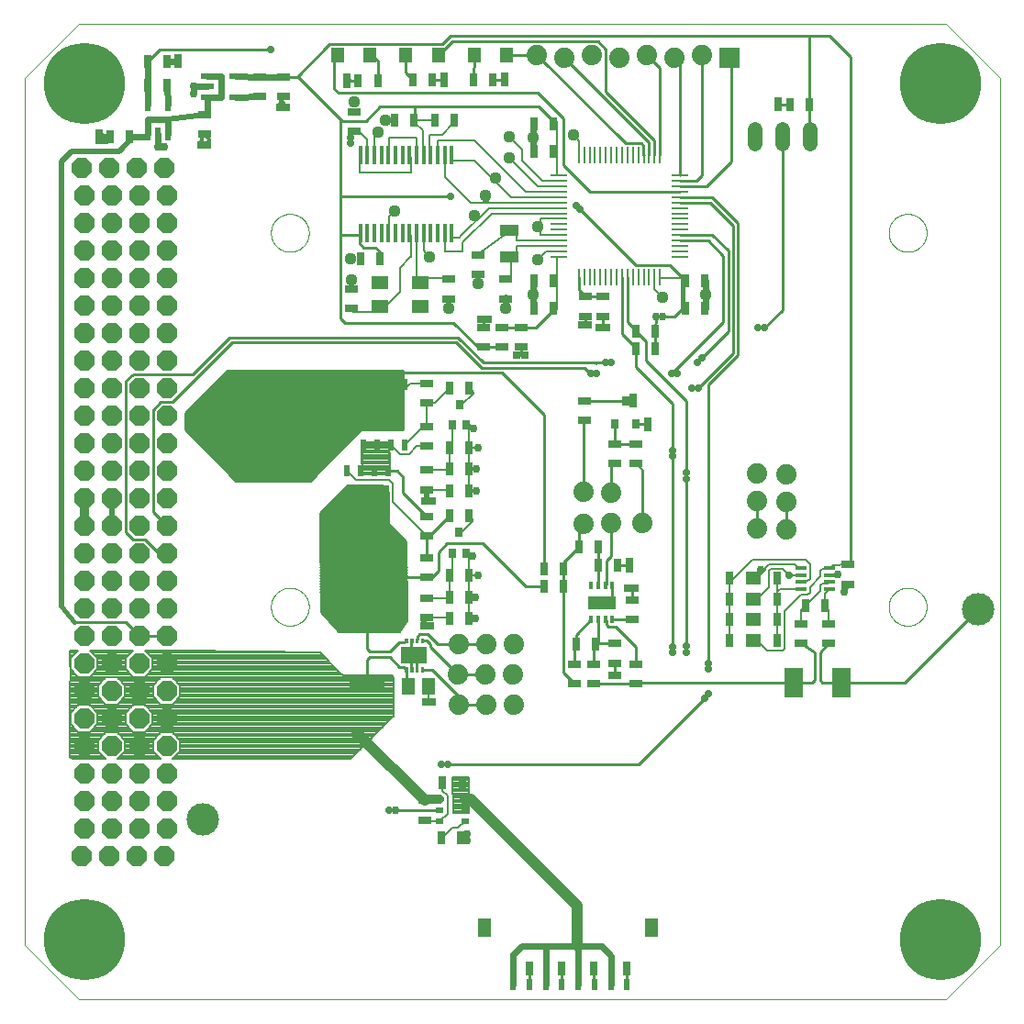
<source format=gtl>
G75*
%MOIN*%
%OFA0B0*%
%FSLAX25Y25*%
%IPPOS*%
%LPD*%
%AMOC8*
5,1,8,0,0,1.08239X$1,22.5*
%
%ADD10R,0.05118X0.05906*%
%ADD11C,0.00000*%
%ADD12C,0.29528*%
%ADD13OC8,0.07400*%
%ADD14R,0.09370X0.06496*%
%ADD15C,0.00246*%
%ADD16R,0.04724X0.02362*%
%ADD17R,0.04724X0.03150*%
%ADD18R,0.02362X0.04724*%
%ADD19R,0.03150X0.04724*%
%ADD20R,0.12598X0.07087*%
%ADD21C,0.07400*%
%ADD22R,0.03937X0.01772*%
%ADD23R,0.01575X0.02756*%
%ADD24R,0.10000X0.05000*%
%ADD25R,0.03150X0.03543*%
%ADD26R,0.07087X0.10630*%
%ADD27R,0.02756X0.03543*%
%ADD28R,0.02402X0.04016*%
%ADD29R,0.15394X0.15000*%
%ADD30R,0.00984X0.06102*%
%ADD31R,0.06102X0.00984*%
%ADD32R,0.01575X0.06890*%
%ADD33R,0.07087X0.03937*%
%ADD34C,0.00800*%
%ADD35C,0.04400*%
%ADD36C,0.02400*%
%ADD37R,0.06299X0.04921*%
%ADD38R,0.03937X0.00984*%
%ADD39R,0.00984X0.03937*%
%ADD40R,0.07400X0.07400*%
%ADD41R,0.02756X0.02000*%
%ADD42R,0.02362X0.03937*%
%ADD43R,0.04921X0.07087*%
%ADD44R,0.04724X0.05512*%
%ADD45C,0.05200*%
%ADD46C,0.01000*%
%ADD47C,0.03200*%
%ADD48C,0.04000*%
%ADD49C,0.02978*%
%ADD50R,0.02978X0.02978*%
%ADD51C,0.01200*%
%ADD52R,0.02781X0.02781*%
%ADD53C,0.02781*%
%ADD54C,0.02000*%
%ADD55C,0.01600*%
%ADD56C,0.11811*%
%ADD57C,0.00787*%
D10*
X0142502Y0115101D03*
X0149983Y0115101D03*
D11*
X0003172Y0020888D02*
X0003172Y0335849D01*
X0022857Y0355534D01*
X0337817Y0355534D01*
X0357502Y0335849D01*
X0357502Y0020888D01*
X0337817Y0001203D01*
X0022857Y0001203D01*
X0003172Y0020888D01*
X0092738Y0143920D02*
X0092740Y0144089D01*
X0092746Y0144258D01*
X0092757Y0144427D01*
X0092771Y0144595D01*
X0092790Y0144763D01*
X0092813Y0144931D01*
X0092839Y0145098D01*
X0092870Y0145264D01*
X0092905Y0145430D01*
X0092944Y0145594D01*
X0092988Y0145758D01*
X0093035Y0145920D01*
X0093086Y0146081D01*
X0093141Y0146241D01*
X0093200Y0146400D01*
X0093262Y0146557D01*
X0093329Y0146712D01*
X0093400Y0146866D01*
X0093474Y0147018D01*
X0093552Y0147168D01*
X0093633Y0147316D01*
X0093718Y0147462D01*
X0093807Y0147606D01*
X0093899Y0147748D01*
X0093995Y0147887D01*
X0094094Y0148024D01*
X0094196Y0148159D01*
X0094302Y0148291D01*
X0094411Y0148420D01*
X0094523Y0148547D01*
X0094638Y0148671D01*
X0094756Y0148792D01*
X0094877Y0148910D01*
X0095001Y0149025D01*
X0095128Y0149137D01*
X0095257Y0149246D01*
X0095389Y0149352D01*
X0095524Y0149454D01*
X0095661Y0149553D01*
X0095800Y0149649D01*
X0095942Y0149741D01*
X0096086Y0149830D01*
X0096232Y0149915D01*
X0096380Y0149996D01*
X0096530Y0150074D01*
X0096682Y0150148D01*
X0096836Y0150219D01*
X0096991Y0150286D01*
X0097148Y0150348D01*
X0097307Y0150407D01*
X0097467Y0150462D01*
X0097628Y0150513D01*
X0097790Y0150560D01*
X0097954Y0150604D01*
X0098118Y0150643D01*
X0098284Y0150678D01*
X0098450Y0150709D01*
X0098617Y0150735D01*
X0098785Y0150758D01*
X0098953Y0150777D01*
X0099121Y0150791D01*
X0099290Y0150802D01*
X0099459Y0150808D01*
X0099628Y0150810D01*
X0099797Y0150808D01*
X0099966Y0150802D01*
X0100135Y0150791D01*
X0100303Y0150777D01*
X0100471Y0150758D01*
X0100639Y0150735D01*
X0100806Y0150709D01*
X0100972Y0150678D01*
X0101138Y0150643D01*
X0101302Y0150604D01*
X0101466Y0150560D01*
X0101628Y0150513D01*
X0101789Y0150462D01*
X0101949Y0150407D01*
X0102108Y0150348D01*
X0102265Y0150286D01*
X0102420Y0150219D01*
X0102574Y0150148D01*
X0102726Y0150074D01*
X0102876Y0149996D01*
X0103024Y0149915D01*
X0103170Y0149830D01*
X0103314Y0149741D01*
X0103456Y0149649D01*
X0103595Y0149553D01*
X0103732Y0149454D01*
X0103867Y0149352D01*
X0103999Y0149246D01*
X0104128Y0149137D01*
X0104255Y0149025D01*
X0104379Y0148910D01*
X0104500Y0148792D01*
X0104618Y0148671D01*
X0104733Y0148547D01*
X0104845Y0148420D01*
X0104954Y0148291D01*
X0105060Y0148159D01*
X0105162Y0148024D01*
X0105261Y0147887D01*
X0105357Y0147748D01*
X0105449Y0147606D01*
X0105538Y0147462D01*
X0105623Y0147316D01*
X0105704Y0147168D01*
X0105782Y0147018D01*
X0105856Y0146866D01*
X0105927Y0146712D01*
X0105994Y0146557D01*
X0106056Y0146400D01*
X0106115Y0146241D01*
X0106170Y0146081D01*
X0106221Y0145920D01*
X0106268Y0145758D01*
X0106312Y0145594D01*
X0106351Y0145430D01*
X0106386Y0145264D01*
X0106417Y0145098D01*
X0106443Y0144931D01*
X0106466Y0144763D01*
X0106485Y0144595D01*
X0106499Y0144427D01*
X0106510Y0144258D01*
X0106516Y0144089D01*
X0106518Y0143920D01*
X0106516Y0143751D01*
X0106510Y0143582D01*
X0106499Y0143413D01*
X0106485Y0143245D01*
X0106466Y0143077D01*
X0106443Y0142909D01*
X0106417Y0142742D01*
X0106386Y0142576D01*
X0106351Y0142410D01*
X0106312Y0142246D01*
X0106268Y0142082D01*
X0106221Y0141920D01*
X0106170Y0141759D01*
X0106115Y0141599D01*
X0106056Y0141440D01*
X0105994Y0141283D01*
X0105927Y0141128D01*
X0105856Y0140974D01*
X0105782Y0140822D01*
X0105704Y0140672D01*
X0105623Y0140524D01*
X0105538Y0140378D01*
X0105449Y0140234D01*
X0105357Y0140092D01*
X0105261Y0139953D01*
X0105162Y0139816D01*
X0105060Y0139681D01*
X0104954Y0139549D01*
X0104845Y0139420D01*
X0104733Y0139293D01*
X0104618Y0139169D01*
X0104500Y0139048D01*
X0104379Y0138930D01*
X0104255Y0138815D01*
X0104128Y0138703D01*
X0103999Y0138594D01*
X0103867Y0138488D01*
X0103732Y0138386D01*
X0103595Y0138287D01*
X0103456Y0138191D01*
X0103314Y0138099D01*
X0103170Y0138010D01*
X0103024Y0137925D01*
X0102876Y0137844D01*
X0102726Y0137766D01*
X0102574Y0137692D01*
X0102420Y0137621D01*
X0102265Y0137554D01*
X0102108Y0137492D01*
X0101949Y0137433D01*
X0101789Y0137378D01*
X0101628Y0137327D01*
X0101466Y0137280D01*
X0101302Y0137236D01*
X0101138Y0137197D01*
X0100972Y0137162D01*
X0100806Y0137131D01*
X0100639Y0137105D01*
X0100471Y0137082D01*
X0100303Y0137063D01*
X0100135Y0137049D01*
X0099966Y0137038D01*
X0099797Y0137032D01*
X0099628Y0137030D01*
X0099459Y0137032D01*
X0099290Y0137038D01*
X0099121Y0137049D01*
X0098953Y0137063D01*
X0098785Y0137082D01*
X0098617Y0137105D01*
X0098450Y0137131D01*
X0098284Y0137162D01*
X0098118Y0137197D01*
X0097954Y0137236D01*
X0097790Y0137280D01*
X0097628Y0137327D01*
X0097467Y0137378D01*
X0097307Y0137433D01*
X0097148Y0137492D01*
X0096991Y0137554D01*
X0096836Y0137621D01*
X0096682Y0137692D01*
X0096530Y0137766D01*
X0096380Y0137844D01*
X0096232Y0137925D01*
X0096086Y0138010D01*
X0095942Y0138099D01*
X0095800Y0138191D01*
X0095661Y0138287D01*
X0095524Y0138386D01*
X0095389Y0138488D01*
X0095257Y0138594D01*
X0095128Y0138703D01*
X0095001Y0138815D01*
X0094877Y0138930D01*
X0094756Y0139048D01*
X0094638Y0139169D01*
X0094523Y0139293D01*
X0094411Y0139420D01*
X0094302Y0139549D01*
X0094196Y0139681D01*
X0094094Y0139816D01*
X0093995Y0139953D01*
X0093899Y0140092D01*
X0093807Y0140234D01*
X0093718Y0140378D01*
X0093633Y0140524D01*
X0093552Y0140672D01*
X0093474Y0140822D01*
X0093400Y0140974D01*
X0093329Y0141128D01*
X0093262Y0141283D01*
X0093200Y0141440D01*
X0093141Y0141599D01*
X0093086Y0141759D01*
X0093035Y0141920D01*
X0092988Y0142082D01*
X0092944Y0142246D01*
X0092905Y0142410D01*
X0092870Y0142576D01*
X0092839Y0142742D01*
X0092813Y0142909D01*
X0092790Y0143077D01*
X0092771Y0143245D01*
X0092757Y0143413D01*
X0092746Y0143582D01*
X0092740Y0143751D01*
X0092738Y0143920D01*
X0092738Y0279746D02*
X0092740Y0279915D01*
X0092746Y0280084D01*
X0092757Y0280253D01*
X0092771Y0280421D01*
X0092790Y0280589D01*
X0092813Y0280757D01*
X0092839Y0280924D01*
X0092870Y0281090D01*
X0092905Y0281256D01*
X0092944Y0281420D01*
X0092988Y0281584D01*
X0093035Y0281746D01*
X0093086Y0281907D01*
X0093141Y0282067D01*
X0093200Y0282226D01*
X0093262Y0282383D01*
X0093329Y0282538D01*
X0093400Y0282692D01*
X0093474Y0282844D01*
X0093552Y0282994D01*
X0093633Y0283142D01*
X0093718Y0283288D01*
X0093807Y0283432D01*
X0093899Y0283574D01*
X0093995Y0283713D01*
X0094094Y0283850D01*
X0094196Y0283985D01*
X0094302Y0284117D01*
X0094411Y0284246D01*
X0094523Y0284373D01*
X0094638Y0284497D01*
X0094756Y0284618D01*
X0094877Y0284736D01*
X0095001Y0284851D01*
X0095128Y0284963D01*
X0095257Y0285072D01*
X0095389Y0285178D01*
X0095524Y0285280D01*
X0095661Y0285379D01*
X0095800Y0285475D01*
X0095942Y0285567D01*
X0096086Y0285656D01*
X0096232Y0285741D01*
X0096380Y0285822D01*
X0096530Y0285900D01*
X0096682Y0285974D01*
X0096836Y0286045D01*
X0096991Y0286112D01*
X0097148Y0286174D01*
X0097307Y0286233D01*
X0097467Y0286288D01*
X0097628Y0286339D01*
X0097790Y0286386D01*
X0097954Y0286430D01*
X0098118Y0286469D01*
X0098284Y0286504D01*
X0098450Y0286535D01*
X0098617Y0286561D01*
X0098785Y0286584D01*
X0098953Y0286603D01*
X0099121Y0286617D01*
X0099290Y0286628D01*
X0099459Y0286634D01*
X0099628Y0286636D01*
X0099797Y0286634D01*
X0099966Y0286628D01*
X0100135Y0286617D01*
X0100303Y0286603D01*
X0100471Y0286584D01*
X0100639Y0286561D01*
X0100806Y0286535D01*
X0100972Y0286504D01*
X0101138Y0286469D01*
X0101302Y0286430D01*
X0101466Y0286386D01*
X0101628Y0286339D01*
X0101789Y0286288D01*
X0101949Y0286233D01*
X0102108Y0286174D01*
X0102265Y0286112D01*
X0102420Y0286045D01*
X0102574Y0285974D01*
X0102726Y0285900D01*
X0102876Y0285822D01*
X0103024Y0285741D01*
X0103170Y0285656D01*
X0103314Y0285567D01*
X0103456Y0285475D01*
X0103595Y0285379D01*
X0103732Y0285280D01*
X0103867Y0285178D01*
X0103999Y0285072D01*
X0104128Y0284963D01*
X0104255Y0284851D01*
X0104379Y0284736D01*
X0104500Y0284618D01*
X0104618Y0284497D01*
X0104733Y0284373D01*
X0104845Y0284246D01*
X0104954Y0284117D01*
X0105060Y0283985D01*
X0105162Y0283850D01*
X0105261Y0283713D01*
X0105357Y0283574D01*
X0105449Y0283432D01*
X0105538Y0283288D01*
X0105623Y0283142D01*
X0105704Y0282994D01*
X0105782Y0282844D01*
X0105856Y0282692D01*
X0105927Y0282538D01*
X0105994Y0282383D01*
X0106056Y0282226D01*
X0106115Y0282067D01*
X0106170Y0281907D01*
X0106221Y0281746D01*
X0106268Y0281584D01*
X0106312Y0281420D01*
X0106351Y0281256D01*
X0106386Y0281090D01*
X0106417Y0280924D01*
X0106443Y0280757D01*
X0106466Y0280589D01*
X0106485Y0280421D01*
X0106499Y0280253D01*
X0106510Y0280084D01*
X0106516Y0279915D01*
X0106518Y0279746D01*
X0106516Y0279577D01*
X0106510Y0279408D01*
X0106499Y0279239D01*
X0106485Y0279071D01*
X0106466Y0278903D01*
X0106443Y0278735D01*
X0106417Y0278568D01*
X0106386Y0278402D01*
X0106351Y0278236D01*
X0106312Y0278072D01*
X0106268Y0277908D01*
X0106221Y0277746D01*
X0106170Y0277585D01*
X0106115Y0277425D01*
X0106056Y0277266D01*
X0105994Y0277109D01*
X0105927Y0276954D01*
X0105856Y0276800D01*
X0105782Y0276648D01*
X0105704Y0276498D01*
X0105623Y0276350D01*
X0105538Y0276204D01*
X0105449Y0276060D01*
X0105357Y0275918D01*
X0105261Y0275779D01*
X0105162Y0275642D01*
X0105060Y0275507D01*
X0104954Y0275375D01*
X0104845Y0275246D01*
X0104733Y0275119D01*
X0104618Y0274995D01*
X0104500Y0274874D01*
X0104379Y0274756D01*
X0104255Y0274641D01*
X0104128Y0274529D01*
X0103999Y0274420D01*
X0103867Y0274314D01*
X0103732Y0274212D01*
X0103595Y0274113D01*
X0103456Y0274017D01*
X0103314Y0273925D01*
X0103170Y0273836D01*
X0103024Y0273751D01*
X0102876Y0273670D01*
X0102726Y0273592D01*
X0102574Y0273518D01*
X0102420Y0273447D01*
X0102265Y0273380D01*
X0102108Y0273318D01*
X0101949Y0273259D01*
X0101789Y0273204D01*
X0101628Y0273153D01*
X0101466Y0273106D01*
X0101302Y0273062D01*
X0101138Y0273023D01*
X0100972Y0272988D01*
X0100806Y0272957D01*
X0100639Y0272931D01*
X0100471Y0272908D01*
X0100303Y0272889D01*
X0100135Y0272875D01*
X0099966Y0272864D01*
X0099797Y0272858D01*
X0099628Y0272856D01*
X0099459Y0272858D01*
X0099290Y0272864D01*
X0099121Y0272875D01*
X0098953Y0272889D01*
X0098785Y0272908D01*
X0098617Y0272931D01*
X0098450Y0272957D01*
X0098284Y0272988D01*
X0098118Y0273023D01*
X0097954Y0273062D01*
X0097790Y0273106D01*
X0097628Y0273153D01*
X0097467Y0273204D01*
X0097307Y0273259D01*
X0097148Y0273318D01*
X0096991Y0273380D01*
X0096836Y0273447D01*
X0096682Y0273518D01*
X0096530Y0273592D01*
X0096380Y0273670D01*
X0096232Y0273751D01*
X0096086Y0273836D01*
X0095942Y0273925D01*
X0095800Y0274017D01*
X0095661Y0274113D01*
X0095524Y0274212D01*
X0095389Y0274314D01*
X0095257Y0274420D01*
X0095128Y0274529D01*
X0095001Y0274641D01*
X0094877Y0274756D01*
X0094756Y0274874D01*
X0094638Y0274995D01*
X0094523Y0275119D01*
X0094411Y0275246D01*
X0094302Y0275375D01*
X0094196Y0275507D01*
X0094094Y0275642D01*
X0093995Y0275779D01*
X0093899Y0275918D01*
X0093807Y0276060D01*
X0093718Y0276204D01*
X0093633Y0276350D01*
X0093552Y0276498D01*
X0093474Y0276648D01*
X0093400Y0276800D01*
X0093329Y0276954D01*
X0093262Y0277109D01*
X0093200Y0277266D01*
X0093141Y0277425D01*
X0093086Y0277585D01*
X0093035Y0277746D01*
X0092988Y0277908D01*
X0092944Y0278072D01*
X0092905Y0278236D01*
X0092870Y0278402D01*
X0092839Y0278568D01*
X0092813Y0278735D01*
X0092790Y0278903D01*
X0092771Y0279071D01*
X0092757Y0279239D01*
X0092746Y0279408D01*
X0092740Y0279577D01*
X0092738Y0279746D01*
X0317148Y0279746D02*
X0317150Y0279915D01*
X0317156Y0280084D01*
X0317167Y0280253D01*
X0317181Y0280421D01*
X0317200Y0280589D01*
X0317223Y0280757D01*
X0317249Y0280924D01*
X0317280Y0281090D01*
X0317315Y0281256D01*
X0317354Y0281420D01*
X0317398Y0281584D01*
X0317445Y0281746D01*
X0317496Y0281907D01*
X0317551Y0282067D01*
X0317610Y0282226D01*
X0317672Y0282383D01*
X0317739Y0282538D01*
X0317810Y0282692D01*
X0317884Y0282844D01*
X0317962Y0282994D01*
X0318043Y0283142D01*
X0318128Y0283288D01*
X0318217Y0283432D01*
X0318309Y0283574D01*
X0318405Y0283713D01*
X0318504Y0283850D01*
X0318606Y0283985D01*
X0318712Y0284117D01*
X0318821Y0284246D01*
X0318933Y0284373D01*
X0319048Y0284497D01*
X0319166Y0284618D01*
X0319287Y0284736D01*
X0319411Y0284851D01*
X0319538Y0284963D01*
X0319667Y0285072D01*
X0319799Y0285178D01*
X0319934Y0285280D01*
X0320071Y0285379D01*
X0320210Y0285475D01*
X0320352Y0285567D01*
X0320496Y0285656D01*
X0320642Y0285741D01*
X0320790Y0285822D01*
X0320940Y0285900D01*
X0321092Y0285974D01*
X0321246Y0286045D01*
X0321401Y0286112D01*
X0321558Y0286174D01*
X0321717Y0286233D01*
X0321877Y0286288D01*
X0322038Y0286339D01*
X0322200Y0286386D01*
X0322364Y0286430D01*
X0322528Y0286469D01*
X0322694Y0286504D01*
X0322860Y0286535D01*
X0323027Y0286561D01*
X0323195Y0286584D01*
X0323363Y0286603D01*
X0323531Y0286617D01*
X0323700Y0286628D01*
X0323869Y0286634D01*
X0324038Y0286636D01*
X0324207Y0286634D01*
X0324376Y0286628D01*
X0324545Y0286617D01*
X0324713Y0286603D01*
X0324881Y0286584D01*
X0325049Y0286561D01*
X0325216Y0286535D01*
X0325382Y0286504D01*
X0325548Y0286469D01*
X0325712Y0286430D01*
X0325876Y0286386D01*
X0326038Y0286339D01*
X0326199Y0286288D01*
X0326359Y0286233D01*
X0326518Y0286174D01*
X0326675Y0286112D01*
X0326830Y0286045D01*
X0326984Y0285974D01*
X0327136Y0285900D01*
X0327286Y0285822D01*
X0327434Y0285741D01*
X0327580Y0285656D01*
X0327724Y0285567D01*
X0327866Y0285475D01*
X0328005Y0285379D01*
X0328142Y0285280D01*
X0328277Y0285178D01*
X0328409Y0285072D01*
X0328538Y0284963D01*
X0328665Y0284851D01*
X0328789Y0284736D01*
X0328910Y0284618D01*
X0329028Y0284497D01*
X0329143Y0284373D01*
X0329255Y0284246D01*
X0329364Y0284117D01*
X0329470Y0283985D01*
X0329572Y0283850D01*
X0329671Y0283713D01*
X0329767Y0283574D01*
X0329859Y0283432D01*
X0329948Y0283288D01*
X0330033Y0283142D01*
X0330114Y0282994D01*
X0330192Y0282844D01*
X0330266Y0282692D01*
X0330337Y0282538D01*
X0330404Y0282383D01*
X0330466Y0282226D01*
X0330525Y0282067D01*
X0330580Y0281907D01*
X0330631Y0281746D01*
X0330678Y0281584D01*
X0330722Y0281420D01*
X0330761Y0281256D01*
X0330796Y0281090D01*
X0330827Y0280924D01*
X0330853Y0280757D01*
X0330876Y0280589D01*
X0330895Y0280421D01*
X0330909Y0280253D01*
X0330920Y0280084D01*
X0330926Y0279915D01*
X0330928Y0279746D01*
X0330926Y0279577D01*
X0330920Y0279408D01*
X0330909Y0279239D01*
X0330895Y0279071D01*
X0330876Y0278903D01*
X0330853Y0278735D01*
X0330827Y0278568D01*
X0330796Y0278402D01*
X0330761Y0278236D01*
X0330722Y0278072D01*
X0330678Y0277908D01*
X0330631Y0277746D01*
X0330580Y0277585D01*
X0330525Y0277425D01*
X0330466Y0277266D01*
X0330404Y0277109D01*
X0330337Y0276954D01*
X0330266Y0276800D01*
X0330192Y0276648D01*
X0330114Y0276498D01*
X0330033Y0276350D01*
X0329948Y0276204D01*
X0329859Y0276060D01*
X0329767Y0275918D01*
X0329671Y0275779D01*
X0329572Y0275642D01*
X0329470Y0275507D01*
X0329364Y0275375D01*
X0329255Y0275246D01*
X0329143Y0275119D01*
X0329028Y0274995D01*
X0328910Y0274874D01*
X0328789Y0274756D01*
X0328665Y0274641D01*
X0328538Y0274529D01*
X0328409Y0274420D01*
X0328277Y0274314D01*
X0328142Y0274212D01*
X0328005Y0274113D01*
X0327866Y0274017D01*
X0327724Y0273925D01*
X0327580Y0273836D01*
X0327434Y0273751D01*
X0327286Y0273670D01*
X0327136Y0273592D01*
X0326984Y0273518D01*
X0326830Y0273447D01*
X0326675Y0273380D01*
X0326518Y0273318D01*
X0326359Y0273259D01*
X0326199Y0273204D01*
X0326038Y0273153D01*
X0325876Y0273106D01*
X0325712Y0273062D01*
X0325548Y0273023D01*
X0325382Y0272988D01*
X0325216Y0272957D01*
X0325049Y0272931D01*
X0324881Y0272908D01*
X0324713Y0272889D01*
X0324545Y0272875D01*
X0324376Y0272864D01*
X0324207Y0272858D01*
X0324038Y0272856D01*
X0323869Y0272858D01*
X0323700Y0272864D01*
X0323531Y0272875D01*
X0323363Y0272889D01*
X0323195Y0272908D01*
X0323027Y0272931D01*
X0322860Y0272957D01*
X0322694Y0272988D01*
X0322528Y0273023D01*
X0322364Y0273062D01*
X0322200Y0273106D01*
X0322038Y0273153D01*
X0321877Y0273204D01*
X0321717Y0273259D01*
X0321558Y0273318D01*
X0321401Y0273380D01*
X0321246Y0273447D01*
X0321092Y0273518D01*
X0320940Y0273592D01*
X0320790Y0273670D01*
X0320642Y0273751D01*
X0320496Y0273836D01*
X0320352Y0273925D01*
X0320210Y0274017D01*
X0320071Y0274113D01*
X0319934Y0274212D01*
X0319799Y0274314D01*
X0319667Y0274420D01*
X0319538Y0274529D01*
X0319411Y0274641D01*
X0319287Y0274756D01*
X0319166Y0274874D01*
X0319048Y0274995D01*
X0318933Y0275119D01*
X0318821Y0275246D01*
X0318712Y0275375D01*
X0318606Y0275507D01*
X0318504Y0275642D01*
X0318405Y0275779D01*
X0318309Y0275918D01*
X0318217Y0276060D01*
X0318128Y0276204D01*
X0318043Y0276350D01*
X0317962Y0276498D01*
X0317884Y0276648D01*
X0317810Y0276800D01*
X0317739Y0276954D01*
X0317672Y0277109D01*
X0317610Y0277266D01*
X0317551Y0277425D01*
X0317496Y0277585D01*
X0317445Y0277746D01*
X0317398Y0277908D01*
X0317354Y0278072D01*
X0317315Y0278236D01*
X0317280Y0278402D01*
X0317249Y0278568D01*
X0317223Y0278735D01*
X0317200Y0278903D01*
X0317181Y0279071D01*
X0317167Y0279239D01*
X0317156Y0279408D01*
X0317150Y0279577D01*
X0317148Y0279746D01*
X0317148Y0143920D02*
X0317150Y0144089D01*
X0317156Y0144258D01*
X0317167Y0144427D01*
X0317181Y0144595D01*
X0317200Y0144763D01*
X0317223Y0144931D01*
X0317249Y0145098D01*
X0317280Y0145264D01*
X0317315Y0145430D01*
X0317354Y0145594D01*
X0317398Y0145758D01*
X0317445Y0145920D01*
X0317496Y0146081D01*
X0317551Y0146241D01*
X0317610Y0146400D01*
X0317672Y0146557D01*
X0317739Y0146712D01*
X0317810Y0146866D01*
X0317884Y0147018D01*
X0317962Y0147168D01*
X0318043Y0147316D01*
X0318128Y0147462D01*
X0318217Y0147606D01*
X0318309Y0147748D01*
X0318405Y0147887D01*
X0318504Y0148024D01*
X0318606Y0148159D01*
X0318712Y0148291D01*
X0318821Y0148420D01*
X0318933Y0148547D01*
X0319048Y0148671D01*
X0319166Y0148792D01*
X0319287Y0148910D01*
X0319411Y0149025D01*
X0319538Y0149137D01*
X0319667Y0149246D01*
X0319799Y0149352D01*
X0319934Y0149454D01*
X0320071Y0149553D01*
X0320210Y0149649D01*
X0320352Y0149741D01*
X0320496Y0149830D01*
X0320642Y0149915D01*
X0320790Y0149996D01*
X0320940Y0150074D01*
X0321092Y0150148D01*
X0321246Y0150219D01*
X0321401Y0150286D01*
X0321558Y0150348D01*
X0321717Y0150407D01*
X0321877Y0150462D01*
X0322038Y0150513D01*
X0322200Y0150560D01*
X0322364Y0150604D01*
X0322528Y0150643D01*
X0322694Y0150678D01*
X0322860Y0150709D01*
X0323027Y0150735D01*
X0323195Y0150758D01*
X0323363Y0150777D01*
X0323531Y0150791D01*
X0323700Y0150802D01*
X0323869Y0150808D01*
X0324038Y0150810D01*
X0324207Y0150808D01*
X0324376Y0150802D01*
X0324545Y0150791D01*
X0324713Y0150777D01*
X0324881Y0150758D01*
X0325049Y0150735D01*
X0325216Y0150709D01*
X0325382Y0150678D01*
X0325548Y0150643D01*
X0325712Y0150604D01*
X0325876Y0150560D01*
X0326038Y0150513D01*
X0326199Y0150462D01*
X0326359Y0150407D01*
X0326518Y0150348D01*
X0326675Y0150286D01*
X0326830Y0150219D01*
X0326984Y0150148D01*
X0327136Y0150074D01*
X0327286Y0149996D01*
X0327434Y0149915D01*
X0327580Y0149830D01*
X0327724Y0149741D01*
X0327866Y0149649D01*
X0328005Y0149553D01*
X0328142Y0149454D01*
X0328277Y0149352D01*
X0328409Y0149246D01*
X0328538Y0149137D01*
X0328665Y0149025D01*
X0328789Y0148910D01*
X0328910Y0148792D01*
X0329028Y0148671D01*
X0329143Y0148547D01*
X0329255Y0148420D01*
X0329364Y0148291D01*
X0329470Y0148159D01*
X0329572Y0148024D01*
X0329671Y0147887D01*
X0329767Y0147748D01*
X0329859Y0147606D01*
X0329948Y0147462D01*
X0330033Y0147316D01*
X0330114Y0147168D01*
X0330192Y0147018D01*
X0330266Y0146866D01*
X0330337Y0146712D01*
X0330404Y0146557D01*
X0330466Y0146400D01*
X0330525Y0146241D01*
X0330580Y0146081D01*
X0330631Y0145920D01*
X0330678Y0145758D01*
X0330722Y0145594D01*
X0330761Y0145430D01*
X0330796Y0145264D01*
X0330827Y0145098D01*
X0330853Y0144931D01*
X0330876Y0144763D01*
X0330895Y0144595D01*
X0330909Y0144427D01*
X0330920Y0144258D01*
X0330926Y0144089D01*
X0330928Y0143920D01*
X0330926Y0143751D01*
X0330920Y0143582D01*
X0330909Y0143413D01*
X0330895Y0143245D01*
X0330876Y0143077D01*
X0330853Y0142909D01*
X0330827Y0142742D01*
X0330796Y0142576D01*
X0330761Y0142410D01*
X0330722Y0142246D01*
X0330678Y0142082D01*
X0330631Y0141920D01*
X0330580Y0141759D01*
X0330525Y0141599D01*
X0330466Y0141440D01*
X0330404Y0141283D01*
X0330337Y0141128D01*
X0330266Y0140974D01*
X0330192Y0140822D01*
X0330114Y0140672D01*
X0330033Y0140524D01*
X0329948Y0140378D01*
X0329859Y0140234D01*
X0329767Y0140092D01*
X0329671Y0139953D01*
X0329572Y0139816D01*
X0329470Y0139681D01*
X0329364Y0139549D01*
X0329255Y0139420D01*
X0329143Y0139293D01*
X0329028Y0139169D01*
X0328910Y0139048D01*
X0328789Y0138930D01*
X0328665Y0138815D01*
X0328538Y0138703D01*
X0328409Y0138594D01*
X0328277Y0138488D01*
X0328142Y0138386D01*
X0328005Y0138287D01*
X0327866Y0138191D01*
X0327724Y0138099D01*
X0327580Y0138010D01*
X0327434Y0137925D01*
X0327286Y0137844D01*
X0327136Y0137766D01*
X0326984Y0137692D01*
X0326830Y0137621D01*
X0326675Y0137554D01*
X0326518Y0137492D01*
X0326359Y0137433D01*
X0326199Y0137378D01*
X0326038Y0137327D01*
X0325876Y0137280D01*
X0325712Y0137236D01*
X0325548Y0137197D01*
X0325382Y0137162D01*
X0325216Y0137131D01*
X0325049Y0137105D01*
X0324881Y0137082D01*
X0324713Y0137063D01*
X0324545Y0137049D01*
X0324376Y0137038D01*
X0324207Y0137032D01*
X0324038Y0137030D01*
X0323869Y0137032D01*
X0323700Y0137038D01*
X0323531Y0137049D01*
X0323363Y0137063D01*
X0323195Y0137082D01*
X0323027Y0137105D01*
X0322860Y0137131D01*
X0322694Y0137162D01*
X0322528Y0137197D01*
X0322364Y0137236D01*
X0322200Y0137280D01*
X0322038Y0137327D01*
X0321877Y0137378D01*
X0321717Y0137433D01*
X0321558Y0137492D01*
X0321401Y0137554D01*
X0321246Y0137621D01*
X0321092Y0137692D01*
X0320940Y0137766D01*
X0320790Y0137844D01*
X0320642Y0137925D01*
X0320496Y0138010D01*
X0320352Y0138099D01*
X0320210Y0138191D01*
X0320071Y0138287D01*
X0319934Y0138386D01*
X0319799Y0138488D01*
X0319667Y0138594D01*
X0319538Y0138703D01*
X0319411Y0138815D01*
X0319287Y0138930D01*
X0319166Y0139048D01*
X0319048Y0139169D01*
X0318933Y0139293D01*
X0318821Y0139420D01*
X0318712Y0139549D01*
X0318606Y0139681D01*
X0318504Y0139816D01*
X0318405Y0139953D01*
X0318309Y0140092D01*
X0318217Y0140234D01*
X0318128Y0140378D01*
X0318043Y0140524D01*
X0317962Y0140672D01*
X0317884Y0140822D01*
X0317810Y0140974D01*
X0317739Y0141128D01*
X0317672Y0141283D01*
X0317610Y0141440D01*
X0317551Y0141599D01*
X0317496Y0141759D01*
X0317445Y0141920D01*
X0317398Y0142082D01*
X0317354Y0142246D01*
X0317315Y0142410D01*
X0317280Y0142576D01*
X0317249Y0142742D01*
X0317223Y0142909D01*
X0317200Y0143077D01*
X0317181Y0143245D01*
X0317167Y0143413D01*
X0317156Y0143582D01*
X0317150Y0143751D01*
X0317148Y0143920D01*
D12*
X0335849Y0022857D03*
X0335849Y0333880D03*
X0024825Y0333880D03*
X0024825Y0022857D03*
D13*
X0023825Y0053369D03*
X0033825Y0053369D03*
X0043825Y0053369D03*
X0053825Y0053369D03*
X0054825Y0063369D03*
X0054825Y0073369D03*
X0054825Y0083369D03*
X0054825Y0093369D03*
X0054825Y0103369D03*
X0054825Y0113369D03*
X0054825Y0123369D03*
X0054825Y0133369D03*
X0054825Y0143369D03*
X0054825Y0153369D03*
X0054825Y0163369D03*
X0054825Y0173369D03*
X0054825Y0183369D03*
X0054825Y0193369D03*
X0054825Y0203369D03*
X0054825Y0213369D03*
X0054825Y0223369D03*
X0054825Y0233369D03*
X0054825Y0243369D03*
X0054825Y0253369D03*
X0054825Y0263369D03*
X0054825Y0273369D03*
X0054825Y0283369D03*
X0054825Y0293369D03*
X0053825Y0303369D03*
X0043825Y0303369D03*
X0044825Y0293369D03*
X0034825Y0293369D03*
X0033825Y0303369D03*
X0023825Y0303369D03*
X0024825Y0293369D03*
X0024825Y0283369D03*
X0034825Y0283369D03*
X0044825Y0283369D03*
X0044825Y0273369D03*
X0034825Y0273369D03*
X0024825Y0273369D03*
X0024825Y0263369D03*
X0034825Y0263369D03*
X0044825Y0263369D03*
X0044825Y0253369D03*
X0044825Y0243369D03*
X0034825Y0243369D03*
X0034825Y0253369D03*
X0024825Y0253369D03*
X0024825Y0243369D03*
X0024825Y0233369D03*
X0034825Y0233369D03*
X0044825Y0233369D03*
X0044825Y0223369D03*
X0034825Y0223369D03*
X0024825Y0223369D03*
X0024825Y0213369D03*
X0024825Y0203369D03*
X0034825Y0203369D03*
X0034825Y0213369D03*
X0044825Y0213369D03*
X0044825Y0203369D03*
X0044825Y0193369D03*
X0034825Y0193369D03*
X0024825Y0193369D03*
X0024825Y0183369D03*
X0034825Y0183369D03*
X0044825Y0183369D03*
X0044825Y0173369D03*
X0044825Y0163369D03*
X0034825Y0163369D03*
X0034825Y0173369D03*
X0024825Y0173369D03*
X0024825Y0163369D03*
X0024825Y0153369D03*
X0034825Y0153369D03*
X0044825Y0153369D03*
X0044825Y0143369D03*
X0034825Y0143369D03*
X0024825Y0143369D03*
X0024825Y0133369D03*
X0024825Y0123369D03*
X0034825Y0123369D03*
X0034825Y0133369D03*
X0044825Y0133369D03*
X0044825Y0123369D03*
X0044825Y0113369D03*
X0034825Y0113369D03*
X0024825Y0113369D03*
X0024825Y0103369D03*
X0034825Y0103369D03*
X0044825Y0103369D03*
X0044825Y0093369D03*
X0044825Y0083369D03*
X0034825Y0083369D03*
X0034825Y0093369D03*
X0024825Y0093369D03*
X0024825Y0083369D03*
X0024825Y0073369D03*
X0034825Y0073369D03*
X0044825Y0073369D03*
X0044825Y0063369D03*
X0034825Y0063369D03*
X0024825Y0063369D03*
D14*
X0144786Y0126400D03*
D15*
X0145401Y0120322D02*
X0146139Y0120322D01*
X0145401Y0120322D02*
X0145401Y0121848D01*
X0146139Y0121848D01*
X0146139Y0120322D01*
X0146139Y0120567D02*
X0145401Y0120567D01*
X0145401Y0120812D02*
X0146139Y0120812D01*
X0146139Y0121057D02*
X0145401Y0121057D01*
X0145401Y0121302D02*
X0146139Y0121302D01*
X0146139Y0121547D02*
X0145401Y0121547D01*
X0145401Y0121792D02*
X0146139Y0121792D01*
X0147370Y0120322D02*
X0148108Y0120322D01*
X0147370Y0120322D02*
X0147370Y0121848D01*
X0148108Y0121848D01*
X0148108Y0120322D01*
X0148108Y0120567D02*
X0147370Y0120567D01*
X0147370Y0120812D02*
X0148108Y0120812D01*
X0148108Y0121057D02*
X0147370Y0121057D01*
X0147370Y0121302D02*
X0148108Y0121302D01*
X0148108Y0121547D02*
X0147370Y0121547D01*
X0147370Y0121792D02*
X0148108Y0121792D01*
X0144171Y0120322D02*
X0143433Y0120322D01*
X0143433Y0121848D01*
X0144171Y0121848D01*
X0144171Y0120322D01*
X0144171Y0120567D02*
X0143433Y0120567D01*
X0143433Y0120812D02*
X0144171Y0120812D01*
X0144171Y0121057D02*
X0143433Y0121057D01*
X0143433Y0121302D02*
X0144171Y0121302D01*
X0144171Y0121547D02*
X0143433Y0121547D01*
X0143433Y0121792D02*
X0144171Y0121792D01*
X0142202Y0120322D02*
X0141464Y0120322D01*
X0141464Y0121848D01*
X0142202Y0121848D01*
X0142202Y0120322D01*
X0142202Y0120567D02*
X0141464Y0120567D01*
X0141464Y0120812D02*
X0142202Y0120812D01*
X0142202Y0121057D02*
X0141464Y0121057D01*
X0141464Y0121302D02*
X0142202Y0121302D01*
X0142202Y0121547D02*
X0141464Y0121547D01*
X0141464Y0121792D02*
X0142202Y0121792D01*
X0142202Y0130952D02*
X0141464Y0130952D01*
X0141464Y0132478D01*
X0142202Y0132478D01*
X0142202Y0130952D01*
X0142202Y0131197D02*
X0141464Y0131197D01*
X0141464Y0131442D02*
X0142202Y0131442D01*
X0142202Y0131687D02*
X0141464Y0131687D01*
X0141464Y0131932D02*
X0142202Y0131932D01*
X0142202Y0132177D02*
X0141464Y0132177D01*
X0141464Y0132422D02*
X0142202Y0132422D01*
X0143433Y0130952D02*
X0144171Y0130952D01*
X0143433Y0130952D02*
X0143433Y0132478D01*
X0144171Y0132478D01*
X0144171Y0130952D01*
X0144171Y0131197D02*
X0143433Y0131197D01*
X0143433Y0131442D02*
X0144171Y0131442D01*
X0144171Y0131687D02*
X0143433Y0131687D01*
X0143433Y0131932D02*
X0144171Y0131932D01*
X0144171Y0132177D02*
X0143433Y0132177D01*
X0143433Y0132422D02*
X0144171Y0132422D01*
X0145401Y0130952D02*
X0146139Y0130952D01*
X0145401Y0130952D02*
X0145401Y0132478D01*
X0146139Y0132478D01*
X0146139Y0130952D01*
X0146139Y0131197D02*
X0145401Y0131197D01*
X0145401Y0131442D02*
X0146139Y0131442D01*
X0146139Y0131687D02*
X0145401Y0131687D01*
X0145401Y0131932D02*
X0146139Y0131932D01*
X0146139Y0132177D02*
X0145401Y0132177D01*
X0145401Y0132422D02*
X0146139Y0132422D01*
X0147370Y0132478D02*
X0148108Y0132478D01*
X0148108Y0130952D01*
X0147370Y0130952D01*
X0147370Y0132478D01*
X0147370Y0131197D02*
X0148108Y0131197D01*
X0148108Y0131442D02*
X0147370Y0131442D01*
X0147370Y0131687D02*
X0148108Y0131687D01*
X0148108Y0131932D02*
X0147370Y0131932D01*
X0147370Y0132177D02*
X0148108Y0132177D01*
X0148108Y0132422D02*
X0147370Y0132422D01*
D16*
X0080120Y0329146D03*
X0080120Y0336626D03*
X0069491Y0336626D03*
X0069491Y0332886D03*
X0069491Y0329146D03*
D17*
X0068556Y0322680D03*
X0068556Y0315593D03*
X0088556Y0329343D03*
X0088556Y0336430D03*
X0097306Y0336430D03*
X0097306Y0329343D03*
X0122857Y0323762D03*
X0122857Y0316676D03*
X0168132Y0271754D03*
X0168132Y0264668D03*
X0177975Y0262896D03*
X0177975Y0255809D03*
X0176794Y0245298D03*
X0183487Y0245298D03*
X0183487Y0238211D03*
X0176794Y0238211D03*
X0170101Y0238211D03*
X0170101Y0245298D03*
X0157306Y0255809D03*
X0157306Y0262896D03*
X0121872Y0259294D03*
X0121872Y0252207D03*
X0149431Y0225022D03*
X0149431Y0217935D03*
X0149431Y0209274D03*
X0149431Y0202187D03*
X0149431Y0193526D03*
X0149431Y0186439D03*
X0149431Y0176794D03*
X0149431Y0169707D03*
X0149235Y0161636D03*
X0149235Y0154550D03*
X0149235Y0147069D03*
X0149235Y0139983D03*
X0202975Y0123054D03*
X0202975Y0115967D03*
X0210061Y0115967D03*
X0210061Y0123054D03*
X0217739Y0123447D03*
X0217739Y0130534D03*
X0223841Y0139195D03*
X0223841Y0146282D03*
X0225219Y0123054D03*
X0225219Y0115967D03*
X0285455Y0130652D03*
X0285455Y0137739D03*
X0295455Y0137739D03*
X0295455Y0130652D03*
X0302455Y0152152D03*
X0302455Y0159239D03*
X0225219Y0196085D03*
X0225219Y0203172D03*
X0217739Y0203172D03*
X0217739Y0196085D03*
X0206518Y0211636D03*
X0206518Y0218723D03*
X0206912Y0249431D03*
X0213211Y0249431D03*
X0213211Y0256518D03*
X0206912Y0256518D03*
X0148605Y0073526D03*
X0148605Y0066439D03*
D18*
X0055327Y0315554D03*
X0051587Y0315554D03*
X0047847Y0315554D03*
X0047847Y0326183D03*
X0055327Y0326183D03*
D19*
X0055130Y0333369D03*
X0048044Y0333369D03*
X0048044Y0342119D03*
X0055130Y0342119D03*
X0041380Y0314619D03*
X0034294Y0314619D03*
X0124431Y0335061D03*
X0131518Y0335061D03*
X0144313Y0335455D03*
X0151400Y0335455D03*
X0152207Y0320790D03*
X0159294Y0320790D03*
X0144687Y0320790D03*
X0137601Y0320790D03*
X0166361Y0335455D03*
X0173447Y0335455D03*
X0188290Y0319313D03*
X0195376Y0319313D03*
X0195376Y0309471D03*
X0188290Y0309471D03*
X0188290Y0262227D03*
X0195376Y0262227D03*
X0195376Y0252384D03*
X0188290Y0252384D03*
X0164786Y0223447D03*
X0157699Y0223447D03*
X0157699Y0201794D03*
X0164786Y0201794D03*
X0164786Y0193920D03*
X0157699Y0193920D03*
X0157699Y0186046D03*
X0164786Y0186046D03*
X0164589Y0176991D03*
X0157502Y0176991D03*
X0157502Y0155337D03*
X0164589Y0155337D03*
X0164589Y0147463D03*
X0157502Y0147463D03*
X0157502Y0139589D03*
X0164589Y0139589D03*
X0191951Y0151203D03*
X0191951Y0157699D03*
X0199038Y0157699D03*
X0199038Y0151203D03*
X0211636Y0159077D03*
X0211636Y0165573D03*
X0204550Y0165573D03*
X0218723Y0159077D03*
X0210652Y0130337D03*
X0203565Y0130337D03*
X0162148Y0079983D03*
X0155061Y0079983D03*
X0154561Y0059983D03*
X0161648Y0059983D03*
X0259412Y0131695D03*
X0266498Y0131695D03*
X0269412Y0131695D03*
X0276498Y0131695D03*
X0276498Y0139195D03*
X0269412Y0139195D03*
X0266498Y0139195D03*
X0259412Y0139195D03*
X0259412Y0146695D03*
X0266498Y0146695D03*
X0269412Y0146695D03*
X0276498Y0146695D03*
X0276498Y0154195D03*
X0269412Y0154195D03*
X0266498Y0154195D03*
X0259412Y0154195D03*
X0286912Y0144195D03*
X0293998Y0144195D03*
X0232306Y0237620D03*
X0232306Y0243920D03*
X0225219Y0243920D03*
X0225219Y0237620D03*
X0243250Y0252384D03*
X0250337Y0252384D03*
X0250337Y0262227D03*
X0243250Y0262227D03*
X0281321Y0326400D03*
X0288408Y0326400D03*
X0132286Y0270199D03*
X0125199Y0270199D03*
D20*
X0127542Y0137975D03*
X0127542Y0115928D03*
D21*
X0160731Y0119313D03*
X0170731Y0119313D03*
X0180731Y0119313D03*
X0181046Y0108290D03*
X0171046Y0108290D03*
X0161046Y0108290D03*
X0161046Y0130337D03*
X0171046Y0130337D03*
X0181046Y0130337D03*
X0206321Y0174125D03*
X0216251Y0174431D03*
X0216361Y0185455D03*
X0206321Y0185525D03*
X0227651Y0174431D03*
X0269313Y0172345D03*
X0269313Y0182345D03*
X0269313Y0192345D03*
X0280140Y0192148D03*
X0280140Y0182148D03*
X0280140Y0172148D03*
X0239471Y0343420D03*
X0249471Y0344420D03*
X0229471Y0344420D03*
X0219471Y0343420D03*
X0209471Y0344420D03*
X0199471Y0343420D03*
X0189471Y0344420D03*
D22*
X0285337Y0158034D03*
X0285337Y0155475D03*
X0285337Y0152916D03*
X0285337Y0150357D03*
X0295573Y0150357D03*
X0295573Y0152916D03*
X0295573Y0155475D03*
X0295573Y0158034D03*
D23*
X0216754Y0151597D03*
X0214195Y0151597D03*
X0211636Y0151597D03*
X0209077Y0151597D03*
X0209077Y0139195D03*
X0211636Y0139195D03*
X0214195Y0139195D03*
X0216754Y0139195D03*
D24*
X0213014Y0145494D03*
D25*
X0217739Y0210455D03*
X0225219Y0210455D03*
X0221479Y0218723D03*
D26*
X0282502Y0116361D03*
X0299825Y0116361D03*
D27*
X0163605Y0163408D03*
X0158487Y0163408D03*
X0161046Y0170888D03*
X0158683Y0209865D03*
X0163802Y0209865D03*
X0161243Y0217345D03*
D28*
X0141183Y0224609D03*
X0136183Y0224609D03*
X0131183Y0224609D03*
X0126183Y0224609D03*
X0126183Y0202601D03*
X0131183Y0202601D03*
X0136183Y0202601D03*
X0141183Y0202601D03*
X0135475Y0193309D03*
X0130475Y0193309D03*
X0125475Y0193309D03*
X0120475Y0193309D03*
X0120475Y0171302D03*
X0125475Y0171302D03*
X0130475Y0171302D03*
X0135475Y0171302D03*
D29*
X0127975Y0180573D03*
X0133683Y0215337D03*
D30*
X0204550Y0263802D03*
X0206518Y0263802D03*
X0208487Y0263802D03*
X0210455Y0263802D03*
X0212424Y0263802D03*
X0214392Y0263802D03*
X0216361Y0263802D03*
X0218329Y0263802D03*
X0220298Y0263802D03*
X0222266Y0263802D03*
X0224235Y0263802D03*
X0226203Y0263802D03*
X0228172Y0263802D03*
X0230140Y0263802D03*
X0232109Y0263802D03*
X0234077Y0263802D03*
X0234077Y0307896D03*
X0232109Y0307896D03*
X0230140Y0307896D03*
X0228172Y0307896D03*
X0226203Y0307896D03*
X0224235Y0307896D03*
X0222266Y0307896D03*
X0220298Y0307896D03*
X0218329Y0307896D03*
X0216361Y0307896D03*
X0214392Y0307896D03*
X0212424Y0307896D03*
X0210455Y0307896D03*
X0208487Y0307896D03*
X0206518Y0307896D03*
X0204550Y0307896D03*
D31*
X0197266Y0300613D03*
X0197266Y0298644D03*
X0197266Y0296676D03*
X0197266Y0294707D03*
X0197266Y0292739D03*
X0197266Y0290770D03*
X0197266Y0288802D03*
X0197266Y0286833D03*
X0197266Y0284865D03*
X0197266Y0282896D03*
X0197266Y0280928D03*
X0197266Y0278959D03*
X0197266Y0276991D03*
X0197266Y0275022D03*
X0197266Y0273054D03*
X0197266Y0271085D03*
X0241361Y0271085D03*
X0241361Y0273054D03*
X0241361Y0275022D03*
X0241361Y0276991D03*
X0241361Y0278959D03*
X0241361Y0280928D03*
X0241361Y0282896D03*
X0241361Y0284865D03*
X0241361Y0286833D03*
X0241361Y0288802D03*
X0241361Y0290770D03*
X0241361Y0292739D03*
X0241361Y0294707D03*
X0241361Y0296676D03*
X0241361Y0298644D03*
X0241361Y0300613D03*
D32*
X0158447Y0307896D03*
X0155888Y0307896D03*
X0153329Y0307896D03*
X0150770Y0307896D03*
X0148211Y0307896D03*
X0145652Y0307896D03*
X0143093Y0307896D03*
X0140534Y0307896D03*
X0137975Y0307896D03*
X0135416Y0307896D03*
X0132857Y0307896D03*
X0130298Y0307896D03*
X0127739Y0307896D03*
X0125180Y0307896D03*
X0125180Y0279550D03*
X0127739Y0279550D03*
X0130298Y0279550D03*
X0132857Y0279550D03*
X0135416Y0279550D03*
X0137975Y0279550D03*
X0140534Y0279550D03*
X0143093Y0279550D03*
X0145652Y0279550D03*
X0148211Y0279550D03*
X0150770Y0279550D03*
X0153329Y0279550D03*
X0155888Y0279550D03*
X0158447Y0279550D03*
D33*
X0179313Y0280770D03*
X0179313Y0270928D03*
D34*
X0179943Y0271085D02*
X0179943Y0263211D01*
X0181912Y0271085D02*
X0181912Y0275022D01*
X0196676Y0275022D01*
X0196676Y0276991D02*
X0181912Y0276991D01*
X0181912Y0280928D01*
X0178959Y0279943D02*
X0168132Y0272069D01*
X0162227Y0273054D02*
X0162227Y0275675D01*
X0162461Y0276241D02*
X0173054Y0286833D01*
X0195691Y0286833D01*
X0195691Y0288802D02*
X0172069Y0288802D01*
X0161477Y0278209D01*
X0160911Y0277975D02*
X0158290Y0277975D01*
X0156071Y0277975D02*
X0156071Y0273054D01*
X0162227Y0273054D01*
X0162227Y0275675D02*
X0162229Y0275727D01*
X0162234Y0275779D01*
X0162242Y0275831D01*
X0162254Y0275882D01*
X0162269Y0275932D01*
X0162288Y0275981D01*
X0162310Y0276029D01*
X0162334Y0276075D01*
X0162362Y0276119D01*
X0162392Y0276162D01*
X0162426Y0276202D01*
X0162461Y0276241D01*
X0161477Y0278209D02*
X0161438Y0278174D01*
X0161398Y0278140D01*
X0161355Y0278110D01*
X0161311Y0278082D01*
X0161265Y0278058D01*
X0161217Y0278036D01*
X0161168Y0278017D01*
X0161118Y0278002D01*
X0161067Y0277990D01*
X0161015Y0277982D01*
X0160963Y0277977D01*
X0160911Y0277975D01*
X0148681Y0272819D02*
X0148646Y0272858D01*
X0148612Y0272898D01*
X0148582Y0272941D01*
X0148554Y0272985D01*
X0148530Y0273031D01*
X0148508Y0273079D01*
X0148489Y0273128D01*
X0148474Y0273178D01*
X0148462Y0273229D01*
X0148454Y0273281D01*
X0148449Y0273333D01*
X0148447Y0273385D01*
X0148447Y0279943D01*
X0145494Y0278959D02*
X0145494Y0262227D01*
X0147463Y0263211D02*
X0158290Y0263211D01*
X0150416Y0271085D02*
X0148682Y0272819D01*
X0143526Y0271416D02*
X0143526Y0278959D01*
X0135652Y0285517D02*
X0135654Y0285569D01*
X0135659Y0285621D01*
X0135667Y0285673D01*
X0135679Y0285724D01*
X0135694Y0285774D01*
X0135713Y0285823D01*
X0135735Y0285871D01*
X0135759Y0285917D01*
X0135787Y0285961D01*
X0135817Y0286004D01*
X0135851Y0286044D01*
X0135886Y0286083D01*
X0137620Y0287817D01*
X0135652Y0285517D02*
X0135652Y0280928D01*
X0130731Y0274431D02*
X0126400Y0274431D01*
X0124825Y0276006D01*
X0124825Y0279156D01*
X0130731Y0274431D02*
X0132306Y0272857D01*
X0132306Y0270101D01*
X0139589Y0267148D02*
X0139589Y0258621D01*
X0139355Y0258055D02*
X0134668Y0253369D01*
X0132207Y0250908D02*
X0123188Y0250908D01*
X0122622Y0251142D02*
X0121872Y0251892D01*
X0122622Y0251142D02*
X0122661Y0251107D01*
X0122701Y0251073D01*
X0122744Y0251043D01*
X0122788Y0251015D01*
X0122834Y0250991D01*
X0122882Y0250969D01*
X0122931Y0250950D01*
X0122981Y0250935D01*
X0123032Y0250923D01*
X0123084Y0250915D01*
X0123136Y0250910D01*
X0123188Y0250908D01*
X0139355Y0258055D02*
X0139390Y0258094D01*
X0139424Y0258134D01*
X0139454Y0258177D01*
X0139482Y0258221D01*
X0139506Y0258267D01*
X0139528Y0258315D01*
X0139547Y0258364D01*
X0139562Y0258414D01*
X0139574Y0258465D01*
X0139582Y0258517D01*
X0139587Y0258569D01*
X0139589Y0258621D01*
X0139589Y0267148D02*
X0143292Y0270851D01*
X0143292Y0270850D02*
X0143327Y0270889D01*
X0143361Y0270929D01*
X0143391Y0270972D01*
X0143419Y0271016D01*
X0143443Y0271062D01*
X0143465Y0271110D01*
X0143484Y0271159D01*
X0143499Y0271209D01*
X0143511Y0271260D01*
X0143519Y0271312D01*
X0143524Y0271364D01*
X0143526Y0271416D01*
X0165180Y0290770D02*
X0196676Y0290770D01*
X0198152Y0292739D02*
X0179943Y0292739D01*
X0166656Y0306026D01*
X0158290Y0306026D01*
X0156071Y0306276D02*
X0156071Y0299878D01*
X0165180Y0290770D01*
X0180670Y0305792D02*
X0180670Y0308016D01*
X0180670Y0305792D02*
X0189786Y0296676D01*
X0195691Y0296676D01*
X0195199Y0298644D02*
X0191262Y0298644D01*
X0183880Y0306026D01*
X0183880Y0310032D01*
X0179313Y0314599D01*
X0166617Y0313408D02*
X0185317Y0294707D01*
X0197660Y0294707D01*
X0196676Y0300613D02*
X0196676Y0320298D01*
X0202581Y0315376D02*
X0204315Y0313642D01*
X0204550Y0313077D02*
X0204550Y0308487D01*
X0204550Y0313077D02*
X0204548Y0313129D01*
X0204543Y0313181D01*
X0204535Y0313233D01*
X0204523Y0313284D01*
X0204508Y0313334D01*
X0204489Y0313383D01*
X0204467Y0313431D01*
X0204443Y0313477D01*
X0204415Y0313521D01*
X0204385Y0313564D01*
X0204351Y0313604D01*
X0204316Y0313643D01*
X0194376Y0284865D02*
X0190770Y0284865D01*
X0190770Y0278959D01*
X0196676Y0278959D01*
X0195691Y0273054D02*
X0192739Y0273054D01*
X0189786Y0270101D01*
X0196676Y0271085D02*
X0196676Y0251892D01*
X0166164Y0222069D02*
X0164786Y0223447D01*
X0166164Y0222069D02*
X0166164Y0221479D01*
X0162030Y0217345D01*
X0161243Y0217345D01*
X0157699Y0223447D02*
X0152187Y0217935D01*
X0149431Y0217935D01*
X0140573Y0221479D02*
X0126794Y0221479D01*
X0126794Y0229353D01*
X0140573Y0229353D01*
X0140573Y0221479D01*
X0140573Y0221488D02*
X0126794Y0221488D01*
X0126794Y0222287D02*
X0140573Y0222287D01*
X0140573Y0223085D02*
X0126794Y0223085D01*
X0126794Y0223884D02*
X0140573Y0223884D01*
X0140573Y0224682D02*
X0126794Y0224682D01*
X0126794Y0225481D02*
X0140573Y0225481D01*
X0140573Y0226279D02*
X0126794Y0226279D01*
X0126794Y0227078D02*
X0140573Y0227078D01*
X0140573Y0227876D02*
X0126794Y0227876D01*
X0126794Y0228675D02*
X0140573Y0228675D01*
X0147857Y0209274D02*
X0149431Y0209274D01*
X0147857Y0209274D02*
X0141183Y0202601D01*
X0139486Y0199393D02*
X0142881Y0199393D01*
X0145676Y0202187D01*
X0149431Y0202187D01*
X0157699Y0201794D02*
X0157699Y0193920D01*
X0157306Y0193526D01*
X0149431Y0193526D01*
X0149431Y0186439D02*
X0157306Y0186439D01*
X0157699Y0186046D01*
X0164786Y0186046D02*
X0164786Y0193920D01*
X0164786Y0201794D01*
X0164786Y0208880D01*
X0163802Y0209865D01*
X0164983Y0209865D01*
X0166164Y0208683D01*
X0164786Y0201794D02*
X0168132Y0201794D01*
X0167148Y0193920D02*
X0164786Y0193920D01*
X0164786Y0186046D02*
X0167148Y0186046D01*
X0164589Y0176991D02*
X0165967Y0175613D01*
X0165967Y0175022D01*
X0161833Y0170888D01*
X0161046Y0170888D01*
X0163605Y0163408D02*
X0164589Y0162424D01*
X0164589Y0155337D01*
X0164589Y0147463D01*
X0164589Y0139589D01*
X0166951Y0139589D01*
X0166951Y0147463D02*
X0164589Y0147463D01*
X0157502Y0147463D02*
X0157502Y0155337D01*
X0158487Y0156321D01*
X0158487Y0163408D01*
X0163605Y0163408D02*
X0164786Y0163408D01*
X0165967Y0162227D01*
X0164589Y0155337D02*
X0167935Y0155337D01*
X0157502Y0147463D02*
X0157109Y0147069D01*
X0149235Y0147069D01*
X0149235Y0139983D02*
X0157109Y0139983D01*
X0157502Y0139589D01*
X0136636Y0118920D02*
X0137424Y0118132D01*
X0137424Y0104353D01*
X0121676Y0088605D01*
X0056991Y0088605D01*
X0059725Y0091339D01*
X0059725Y0095398D01*
X0056855Y0098268D01*
X0052796Y0098268D01*
X0049925Y0095398D01*
X0049925Y0091339D01*
X0052659Y0088605D01*
X0036991Y0088605D01*
X0039725Y0091339D01*
X0039725Y0095398D01*
X0036855Y0098268D01*
X0032796Y0098268D01*
X0029925Y0095398D01*
X0029925Y0091339D01*
X0032659Y0088605D01*
X0020494Y0088605D01*
X0019707Y0089392D01*
X0019707Y0116951D01*
X0019904Y0117148D01*
X0019707Y0128172D01*
X0022699Y0128172D01*
X0019925Y0125398D01*
X0019925Y0121339D01*
X0022796Y0118469D01*
X0026855Y0118469D01*
X0029725Y0121339D01*
X0029725Y0125398D01*
X0026952Y0128172D01*
X0042699Y0128172D01*
X0039925Y0125398D01*
X0039925Y0121339D01*
X0042796Y0118469D01*
X0046855Y0118469D01*
X0049725Y0121339D01*
X0049725Y0125398D01*
X0046952Y0128172D01*
X0059865Y0128172D01*
X0110652Y0127384D01*
X0118132Y0119707D01*
X0118920Y0118920D01*
X0136636Y0118920D01*
X0137076Y0118480D02*
X0046866Y0118480D01*
X0047665Y0119279D02*
X0118561Y0119279D01*
X0117772Y0120077D02*
X0048464Y0120077D01*
X0049262Y0120876D02*
X0116994Y0120876D01*
X0116216Y0121674D02*
X0049725Y0121674D01*
X0049725Y0122473D02*
X0115438Y0122473D01*
X0114660Y0123271D02*
X0049725Y0123271D01*
X0049725Y0124070D02*
X0113881Y0124070D01*
X0113103Y0124868D02*
X0049725Y0124868D01*
X0049457Y0125667D02*
X0112325Y0125667D01*
X0111547Y0126465D02*
X0048658Y0126465D01*
X0047860Y0127264D02*
X0110769Y0127264D01*
X0135581Y0102510D02*
X0049725Y0102510D01*
X0049725Y0103308D02*
X0136379Y0103308D01*
X0137178Y0104107D02*
X0049725Y0104107D01*
X0049725Y0104905D02*
X0137424Y0104905D01*
X0137424Y0105704D02*
X0049419Y0105704D01*
X0049725Y0105398D02*
X0046855Y0108268D01*
X0042796Y0108268D01*
X0039925Y0105398D01*
X0039925Y0101339D01*
X0042796Y0098469D01*
X0046855Y0098469D01*
X0049725Y0101339D01*
X0049725Y0105398D01*
X0048621Y0106502D02*
X0137424Y0106502D01*
X0137424Y0107301D02*
X0047822Y0107301D01*
X0047024Y0108100D02*
X0137424Y0108100D01*
X0137424Y0108898D02*
X0057284Y0108898D01*
X0056855Y0108469D02*
X0052796Y0108469D01*
X0049925Y0111339D01*
X0049925Y0115398D01*
X0052796Y0118268D01*
X0056855Y0118268D01*
X0059725Y0115398D01*
X0059725Y0111339D01*
X0056855Y0108469D01*
X0058083Y0109697D02*
X0137424Y0109697D01*
X0137424Y0110495D02*
X0058881Y0110495D01*
X0059680Y0111294D02*
X0137424Y0111294D01*
X0137424Y0112092D02*
X0059725Y0112092D01*
X0059725Y0112891D02*
X0137424Y0112891D01*
X0137424Y0113689D02*
X0059725Y0113689D01*
X0059725Y0114488D02*
X0137424Y0114488D01*
X0137424Y0115286D02*
X0059725Y0115286D01*
X0059039Y0116085D02*
X0137424Y0116085D01*
X0137424Y0116883D02*
X0058240Y0116883D01*
X0057442Y0117682D02*
X0137424Y0117682D01*
X0149983Y0115101D02*
X0149983Y0109431D01*
X0149825Y0109274D01*
X0134782Y0101711D02*
X0049725Y0101711D01*
X0049299Y0100913D02*
X0133984Y0100913D01*
X0133185Y0100114D02*
X0048501Y0100114D01*
X0047702Y0099316D02*
X0132387Y0099316D01*
X0131588Y0098517D02*
X0046904Y0098517D01*
X0049925Y0095323D02*
X0039725Y0095323D01*
X0039725Y0094525D02*
X0049925Y0094525D01*
X0049925Y0093726D02*
X0039725Y0093726D01*
X0039725Y0092928D02*
X0049925Y0092928D01*
X0049925Y0092129D02*
X0039725Y0092129D01*
X0039717Y0091331D02*
X0049933Y0091331D01*
X0050732Y0090532D02*
X0038919Y0090532D01*
X0038120Y0089734D02*
X0051530Y0089734D01*
X0052329Y0088935D02*
X0037322Y0088935D01*
X0032329Y0088935D02*
X0020164Y0088935D01*
X0019707Y0089734D02*
X0031530Y0089734D01*
X0030732Y0090532D02*
X0019707Y0090532D01*
X0019707Y0091331D02*
X0029933Y0091331D01*
X0029925Y0092129D02*
X0019707Y0092129D01*
X0019707Y0092928D02*
X0029925Y0092928D01*
X0029925Y0093726D02*
X0019707Y0093726D01*
X0019707Y0094525D02*
X0029925Y0094525D01*
X0029925Y0095323D02*
X0019707Y0095323D01*
X0019707Y0096122D02*
X0030649Y0096122D01*
X0031447Y0096920D02*
X0019707Y0096920D01*
X0019707Y0097719D02*
X0032246Y0097719D01*
X0029299Y0100913D02*
X0040351Y0100913D01*
X0039925Y0101711D02*
X0029725Y0101711D01*
X0029725Y0101339D02*
X0026855Y0098469D01*
X0022796Y0098469D01*
X0019925Y0101339D01*
X0019925Y0105398D01*
X0022796Y0108268D01*
X0026855Y0108268D01*
X0029725Y0105398D01*
X0029725Y0101339D01*
X0029725Y0102510D02*
X0039925Y0102510D01*
X0039925Y0103308D02*
X0029725Y0103308D01*
X0029725Y0104107D02*
X0039925Y0104107D01*
X0039925Y0104905D02*
X0029725Y0104905D01*
X0029419Y0105704D02*
X0040231Y0105704D01*
X0041030Y0106502D02*
X0028621Y0106502D01*
X0027822Y0107301D02*
X0041828Y0107301D01*
X0042627Y0108100D02*
X0027024Y0108100D01*
X0029970Y0111294D02*
X0019707Y0111294D01*
X0019707Y0112092D02*
X0029925Y0112092D01*
X0029925Y0111339D02*
X0032796Y0108469D01*
X0036855Y0108469D01*
X0039725Y0111339D01*
X0039725Y0115398D01*
X0036855Y0118268D01*
X0032796Y0118268D01*
X0029925Y0115398D01*
X0029925Y0111339D01*
X0030769Y0110495D02*
X0019707Y0110495D01*
X0019707Y0109697D02*
X0031568Y0109697D01*
X0032366Y0108898D02*
X0019707Y0108898D01*
X0019707Y0108100D02*
X0022627Y0108100D01*
X0021828Y0107301D02*
X0019707Y0107301D01*
X0019707Y0106502D02*
X0021030Y0106502D01*
X0020231Y0105704D02*
X0019707Y0105704D01*
X0019707Y0104905D02*
X0019925Y0104905D01*
X0019925Y0104107D02*
X0019707Y0104107D01*
X0019707Y0103308D02*
X0019925Y0103308D01*
X0019925Y0102510D02*
X0019707Y0102510D01*
X0019707Y0101711D02*
X0019925Y0101711D01*
X0019707Y0100913D02*
X0020351Y0100913D01*
X0019707Y0100114D02*
X0021150Y0100114D01*
X0021948Y0099316D02*
X0019707Y0099316D01*
X0019707Y0098517D02*
X0022747Y0098517D01*
X0026904Y0098517D02*
X0042747Y0098517D01*
X0041948Y0099316D02*
X0027702Y0099316D01*
X0028501Y0100114D02*
X0041150Y0100114D01*
X0038203Y0096920D02*
X0051447Y0096920D01*
X0050649Y0096122D02*
X0039001Y0096122D01*
X0037404Y0097719D02*
X0052246Y0097719D01*
X0057404Y0097719D02*
X0130790Y0097719D01*
X0129991Y0096920D02*
X0058203Y0096920D01*
X0059001Y0096122D02*
X0129193Y0096122D01*
X0128394Y0095323D02*
X0059725Y0095323D01*
X0059725Y0094525D02*
X0127596Y0094525D01*
X0126797Y0093726D02*
X0059725Y0093726D01*
X0059725Y0092928D02*
X0125999Y0092928D01*
X0125200Y0092129D02*
X0059725Y0092129D01*
X0059717Y0091331D02*
X0124402Y0091331D01*
X0123603Y0090532D02*
X0058919Y0090532D01*
X0058120Y0089734D02*
X0122805Y0089734D01*
X0122006Y0088935D02*
X0057322Y0088935D01*
X0052366Y0108898D02*
X0037284Y0108898D01*
X0038083Y0109697D02*
X0051568Y0109697D01*
X0050769Y0110495D02*
X0038881Y0110495D01*
X0039680Y0111294D02*
X0049970Y0111294D01*
X0049925Y0112092D02*
X0039725Y0112092D01*
X0039725Y0112891D02*
X0049925Y0112891D01*
X0049925Y0113689D02*
X0039725Y0113689D01*
X0039725Y0114488D02*
X0049925Y0114488D01*
X0049925Y0115286D02*
X0039725Y0115286D01*
X0039039Y0116085D02*
X0050612Y0116085D01*
X0051410Y0116883D02*
X0038240Y0116883D01*
X0037442Y0117682D02*
X0052209Y0117682D01*
X0042784Y0118480D02*
X0026866Y0118480D01*
X0027665Y0119279D02*
X0041985Y0119279D01*
X0041187Y0120077D02*
X0028464Y0120077D01*
X0029262Y0120876D02*
X0040388Y0120876D01*
X0039925Y0121674D02*
X0029725Y0121674D01*
X0029725Y0122473D02*
X0039925Y0122473D01*
X0039925Y0123271D02*
X0029725Y0123271D01*
X0029725Y0124070D02*
X0039925Y0124070D01*
X0039925Y0124868D02*
X0029725Y0124868D01*
X0029457Y0125667D02*
X0040194Y0125667D01*
X0040992Y0126465D02*
X0028658Y0126465D01*
X0027860Y0127264D02*
X0041791Y0127264D01*
X0042589Y0128062D02*
X0027061Y0128062D01*
X0022589Y0128062D02*
X0019709Y0128062D01*
X0019723Y0127264D02*
X0021791Y0127264D01*
X0020992Y0126465D02*
X0019738Y0126465D01*
X0019752Y0125667D02*
X0020194Y0125667D01*
X0019925Y0124868D02*
X0019766Y0124868D01*
X0019780Y0124070D02*
X0019925Y0124070D01*
X0019925Y0123271D02*
X0019795Y0123271D01*
X0019809Y0122473D02*
X0019925Y0122473D01*
X0019925Y0121674D02*
X0019823Y0121674D01*
X0019837Y0120876D02*
X0020388Y0120876D01*
X0019852Y0120077D02*
X0021187Y0120077D01*
X0021985Y0119279D02*
X0019866Y0119279D01*
X0019880Y0118480D02*
X0022784Y0118480D01*
X0019894Y0117682D02*
X0032209Y0117682D01*
X0031410Y0116883D02*
X0019707Y0116883D01*
X0019707Y0116085D02*
X0030612Y0116085D01*
X0029925Y0115286D02*
X0019707Y0115286D01*
X0019707Y0114488D02*
X0029925Y0114488D01*
X0029925Y0113689D02*
X0019707Y0113689D01*
X0019707Y0112891D02*
X0029925Y0112891D01*
X0047061Y0128062D02*
X0066918Y0128062D01*
X0121085Y0166557D02*
X0121085Y0174431D01*
X0134865Y0174431D01*
X0134865Y0166557D01*
X0121085Y0166557D01*
X0121085Y0167189D02*
X0134865Y0167189D01*
X0134865Y0167988D02*
X0121085Y0167988D01*
X0121085Y0168786D02*
X0134865Y0168786D01*
X0134865Y0169585D02*
X0121085Y0169585D01*
X0121085Y0170383D02*
X0134865Y0170383D01*
X0134865Y0171182D02*
X0121085Y0171182D01*
X0121085Y0171980D02*
X0134865Y0171980D01*
X0134865Y0172779D02*
X0121085Y0172779D01*
X0121085Y0173577D02*
X0134865Y0173577D01*
X0134865Y0174376D02*
X0121085Y0174376D01*
X0123736Y0190002D02*
X0135582Y0190002D01*
X0136972Y0188612D01*
X0136972Y0182167D01*
X0149431Y0169707D01*
X0135849Y0192148D02*
X0126006Y0192148D01*
X0126006Y0200022D01*
X0135849Y0200022D01*
X0135849Y0192148D01*
X0135849Y0192742D02*
X0126006Y0192742D01*
X0126006Y0193540D02*
X0135849Y0193540D01*
X0135849Y0194339D02*
X0126006Y0194339D01*
X0126006Y0195137D02*
X0135849Y0195137D01*
X0135652Y0195888D02*
X0125809Y0195888D01*
X0125809Y0203762D01*
X0135652Y0203762D01*
X0135652Y0195888D01*
X0135652Y0195936D02*
X0125809Y0195936D01*
X0126006Y0195936D02*
X0135849Y0195936D01*
X0135849Y0196734D02*
X0126006Y0196734D01*
X0125809Y0196734D02*
X0135652Y0196734D01*
X0135652Y0197533D02*
X0125809Y0197533D01*
X0126006Y0197533D02*
X0135849Y0197533D01*
X0135849Y0198331D02*
X0126006Y0198331D01*
X0125809Y0198331D02*
X0135652Y0198331D01*
X0135652Y0199130D02*
X0125809Y0199130D01*
X0126006Y0199130D02*
X0135849Y0199130D01*
X0135849Y0199928D02*
X0126006Y0199928D01*
X0125809Y0199928D02*
X0135652Y0199928D01*
X0135652Y0200727D02*
X0125809Y0200727D01*
X0125809Y0201525D02*
X0135652Y0201525D01*
X0135652Y0202324D02*
X0125809Y0202324D01*
X0125809Y0203122D02*
X0135652Y0203122D01*
X0136183Y0202601D02*
X0136278Y0202601D01*
X0139486Y0199393D01*
X0123736Y0190002D02*
X0122974Y0190763D01*
X0122974Y0190810D01*
X0120475Y0193309D01*
X0157699Y0201794D02*
X0158683Y0202778D01*
X0158683Y0209865D01*
X0204550Y0172354D02*
X0206321Y0174125D01*
X0216361Y0194707D02*
X0217739Y0196085D01*
X0225219Y0196085D02*
X0227651Y0193653D01*
X0206518Y0211636D02*
X0206321Y0211439D01*
X0241951Y0251400D02*
X0241951Y0263211D01*
X0234077Y0263211D01*
X0232109Y0263211D02*
X0232109Y0259605D01*
X0232343Y0259040D02*
X0236046Y0255337D01*
X0232343Y0259039D02*
X0232308Y0259078D01*
X0232274Y0259118D01*
X0232244Y0259161D01*
X0232216Y0259205D01*
X0232192Y0259251D01*
X0232170Y0259299D01*
X0232151Y0259348D01*
X0232136Y0259398D01*
X0232124Y0259449D01*
X0232116Y0259501D01*
X0232111Y0259553D01*
X0232109Y0259605D01*
X0241951Y0263211D02*
X0242935Y0263211D01*
X0166617Y0313408D02*
X0153369Y0313408D01*
X0153369Y0310455D01*
X0150416Y0310455D02*
X0150416Y0315376D01*
X0154845Y0315376D01*
X0158782Y0319313D01*
X0152876Y0320790D02*
X0145002Y0320790D01*
X0145002Y0321774D02*
X0145494Y0321774D01*
X0145002Y0319806D02*
X0147955Y0316853D01*
X0147955Y0309963D01*
X0145494Y0309471D02*
X0145494Y0314392D01*
X0135652Y0314392D01*
X0135652Y0309471D01*
X0130239Y0313569D02*
X0130245Y0313661D01*
X0130255Y0313753D01*
X0130269Y0313844D01*
X0130287Y0313935D01*
X0130308Y0314025D01*
X0130333Y0314114D01*
X0130361Y0314202D01*
X0130393Y0314289D01*
X0130429Y0314374D01*
X0130468Y0314458D01*
X0130511Y0314540D01*
X0130557Y0314620D01*
X0130606Y0314698D01*
X0130659Y0314774D01*
X0130714Y0314848D01*
X0130773Y0314919D01*
X0130834Y0314988D01*
X0130899Y0315055D01*
X0130966Y0315119D01*
X0130965Y0315119D02*
X0132207Y0316361D01*
X0130239Y0313569D02*
X0130239Y0307994D01*
X0127778Y0309471D02*
X0127778Y0313077D01*
X0127544Y0313642D02*
X0124825Y0316361D01*
X0127544Y0313643D02*
X0127579Y0313604D01*
X0127613Y0313564D01*
X0127643Y0313521D01*
X0127671Y0313477D01*
X0127695Y0313431D01*
X0127717Y0313383D01*
X0127736Y0313334D01*
X0127751Y0313284D01*
X0127763Y0313233D01*
X0127771Y0313181D01*
X0127776Y0313129D01*
X0127778Y0313077D01*
X0124825Y0309471D02*
X0124825Y0301597D01*
X0143526Y0301597D01*
X0143526Y0307502D01*
X0267627Y0160957D02*
X0259412Y0152743D01*
X0259412Y0154195D01*
X0259412Y0152743D02*
X0259412Y0146695D01*
X0259412Y0139195D01*
X0259412Y0131695D01*
X0270337Y0130770D02*
X0272974Y0128133D01*
X0278570Y0128133D01*
X0279273Y0128836D01*
X0279273Y0142191D01*
X0285353Y0148271D01*
X0287803Y0148271D01*
X0288506Y0148974D01*
X0288506Y0150966D01*
X0292405Y0154865D01*
X0292405Y0156858D01*
X0293108Y0157561D01*
X0295100Y0157561D01*
X0295573Y0158034D02*
X0297073Y0159120D01*
X0302455Y0159239D01*
X0299235Y0155475D02*
X0298755Y0155595D01*
X0299235Y0155475D02*
X0295573Y0155475D01*
X0295573Y0152916D02*
X0295100Y0152443D01*
X0293108Y0152443D01*
X0292405Y0151740D01*
X0292405Y0149688D01*
X0286912Y0144195D01*
X0285455Y0142739D01*
X0285455Y0137739D01*
X0286912Y0144195D02*
X0287955Y0144195D01*
X0293998Y0144195D02*
X0295455Y0142739D01*
X0295455Y0137739D01*
X0293998Y0144195D02*
X0293998Y0148782D01*
X0295573Y0150357D01*
X0300955Y0149195D02*
X0302455Y0150695D01*
X0302455Y0152152D01*
X0288506Y0154092D02*
X0288506Y0159417D01*
X0286965Y0160957D01*
X0267627Y0160957D01*
X0272124Y0157717D02*
X0272124Y0156907D01*
X0269412Y0154195D01*
X0272124Y0157717D02*
X0273764Y0159357D01*
X0283067Y0159357D01*
X0284391Y0158034D01*
X0285337Y0155475D02*
X0280853Y0155475D01*
X0278570Y0157757D01*
X0274427Y0157757D01*
X0273724Y0157055D01*
X0273724Y0151007D01*
X0269412Y0146695D01*
X0276498Y0146695D02*
X0276498Y0139195D01*
X0276498Y0131695D01*
X0276498Y0146695D02*
X0276498Y0149195D01*
X0277660Y0150357D01*
X0285337Y0150357D01*
X0285337Y0152916D02*
X0285810Y0153389D01*
X0287803Y0153389D01*
X0288506Y0154092D01*
X0276498Y0154195D02*
X0276498Y0149195D01*
X0164605Y0081983D02*
X0164605Y0068983D01*
X0158830Y0068983D01*
X0158830Y0076023D01*
X0158605Y0076248D01*
X0158605Y0081983D01*
X0164605Y0081983D01*
X0164605Y0081749D02*
X0158605Y0081749D01*
X0158605Y0080950D02*
X0164605Y0080950D01*
X0164605Y0080152D02*
X0158605Y0080152D01*
X0158605Y0079353D02*
X0164605Y0079353D01*
X0164605Y0078555D02*
X0158605Y0078555D01*
X0158605Y0077756D02*
X0164605Y0077756D01*
X0164605Y0076958D02*
X0158605Y0076958D01*
X0158694Y0076159D02*
X0164605Y0076159D01*
X0164605Y0075361D02*
X0158830Y0075361D01*
X0158830Y0074562D02*
X0164605Y0074562D01*
X0164605Y0073764D02*
X0158830Y0073764D01*
X0158830Y0072965D02*
X0164605Y0072965D01*
X0164605Y0072166D02*
X0158830Y0072166D01*
X0158830Y0071368D02*
X0164605Y0071368D01*
X0164605Y0070569D02*
X0158830Y0070569D01*
X0158830Y0069771D02*
X0164605Y0069771D01*
X0163180Y0066046D02*
X0160679Y0063545D01*
X0158576Y0063545D01*
X0156014Y0060983D01*
X0154561Y0059983D01*
X0154030Y0066046D02*
X0148998Y0066046D01*
X0148605Y0066439D01*
X0154030Y0066046D02*
X0155767Y0067783D01*
X0155905Y0067783D01*
X0156830Y0068708D01*
X0156830Y0075195D01*
X0155061Y0076963D01*
X0155061Y0079983D01*
X0161648Y0059983D02*
X0164105Y0058983D01*
D35*
X0157306Y0252384D03*
X0168132Y0261243D03*
X0177975Y0252384D03*
X0187817Y0257306D03*
X0189786Y0270101D03*
X0189786Y0281912D03*
X0170677Y0293331D03*
X0174298Y0299578D03*
X0179313Y0307099D03*
X0179313Y0314599D03*
X0187817Y0314392D03*
X0202581Y0315376D03*
X0166764Y0285849D03*
X0150416Y0271085D03*
X0137620Y0287817D03*
X0121774Y0270199D03*
X0121872Y0262719D03*
X0131715Y0316361D03*
X0134176Y0320790D03*
X0122857Y0327187D03*
X0235061Y0256321D03*
X0250809Y0257306D03*
D36*
X0250809Y0252384D02*
X0250809Y0262306D01*
X0187817Y0262227D02*
X0187817Y0252306D01*
X0177975Y0252384D02*
X0177975Y0256321D01*
X0170713Y0291749D02*
X0170713Y0294249D01*
X0187817Y0309392D02*
X0187817Y0319313D01*
X0097306Y0336430D02*
X0088556Y0336430D01*
X0080120Y0336626D01*
X0074806Y0336636D02*
X0074806Y0329136D01*
X0069500Y0329136D01*
X0069491Y0329146D02*
X0069491Y0323811D01*
X0064806Y0330386D02*
X0064806Y0332886D01*
X0069491Y0332886D01*
X0069491Y0336636D02*
X0074806Y0336636D01*
X0080120Y0329146D02*
X0088556Y0329343D01*
X0058981Y0340977D02*
X0057839Y0342119D01*
X0055130Y0342119D01*
X0057622Y0342119D01*
X0058981Y0343477D01*
X0055130Y0333369D02*
X0055327Y0326183D01*
X0055337Y0320869D02*
X0047837Y0320869D01*
X0047837Y0315563D01*
X0047847Y0315554D02*
X0046912Y0314619D01*
X0042739Y0314619D01*
X0034294Y0314619D02*
X0031589Y0314619D01*
X0030231Y0315977D01*
X0030231Y0313477D02*
X0032956Y0313477D01*
X0034294Y0314619D01*
X0047847Y0326183D02*
X0048044Y0333369D01*
X0048044Y0342119D01*
X0047837Y0342128D01*
X0055337Y0320869D02*
X0055327Y0320859D01*
X0055327Y0315554D01*
X0051587Y0315554D02*
X0051587Y0310869D01*
X0054087Y0310869D01*
X0183880Y0020691D02*
X0180731Y0017542D01*
X0180731Y0006715D01*
X0192542Y0006715D02*
X0192542Y0020101D01*
X0191951Y0020691D01*
X0183880Y0020691D01*
X0191951Y0020691D02*
X0204353Y0020691D01*
X0204746Y0020691D01*
X0204353Y0020298D01*
X0204353Y0006715D01*
X0216164Y0006715D02*
X0216361Y0006912D01*
X0216361Y0017148D01*
X0212817Y0020691D01*
X0204746Y0020691D01*
D37*
X0146951Y0253054D03*
X0146951Y0261715D03*
X0132384Y0261715D03*
X0132384Y0253054D03*
D38*
X0122857Y0315967D03*
D39*
X0145002Y0320790D03*
X0196146Y0319318D03*
X0132601Y0270199D03*
X0196069Y0252454D03*
X0242787Y0252254D03*
D40*
X0259471Y0343420D03*
D41*
X0163180Y0073920D03*
X0163180Y0069983D03*
X0163180Y0066046D03*
X0154030Y0066046D03*
X0154030Y0069983D03*
X0154030Y0073920D03*
D42*
X0180731Y0006715D03*
X0186636Y0006715D03*
X0192542Y0006715D03*
X0198447Y0006715D03*
X0204353Y0006715D03*
X0210258Y0006715D03*
X0216164Y0006715D03*
X0222069Y0006715D03*
D43*
X0231144Y0027187D03*
X0170475Y0027187D03*
D44*
X0166557Y0344313D03*
X0178369Y0344313D03*
X0153565Y0344313D03*
X0141754Y0344313D03*
X0128762Y0344313D03*
X0116951Y0344313D03*
D45*
X0268565Y0317189D02*
X0268565Y0311989D01*
X0278565Y0311989D02*
X0278565Y0317189D01*
X0288565Y0317189D02*
X0288565Y0311989D01*
D46*
X0288565Y0314589D02*
X0288408Y0314746D01*
X0288408Y0326400D01*
X0288408Y0351023D01*
X0288211Y0351220D01*
X0295675Y0351220D01*
X0303172Y0343723D01*
X0303172Y0159955D01*
X0302455Y0159239D01*
X0302384Y0159309D01*
X0280140Y0172148D02*
X0280140Y0182148D01*
X0269313Y0182345D02*
X0269313Y0172345D01*
X0272024Y0157717D02*
X0272024Y0157617D01*
X0271909Y0157502D01*
X0270494Y0157502D01*
X0269412Y0131695D02*
X0270337Y0130770D01*
X0285455Y0130652D02*
X0290376Y0127306D01*
X0290376Y0117345D01*
X0289392Y0116361D01*
X0282502Y0116361D01*
X0225613Y0116361D01*
X0225219Y0115967D01*
X0210061Y0115967D01*
X0210061Y0123054D02*
X0210061Y0129746D01*
X0210652Y0130337D01*
X0210654Y0130363D01*
X0210659Y0130388D01*
X0210667Y0130412D01*
X0210678Y0130436D01*
X0210693Y0130457D01*
X0210710Y0130476D01*
X0210729Y0130493D01*
X0210751Y0130508D01*
X0210774Y0130519D01*
X0210798Y0130527D01*
X0210823Y0130532D01*
X0210849Y0130534D01*
X0217739Y0130534D01*
X0218080Y0136517D02*
X0225219Y0129379D01*
X0225219Y0123054D01*
X0217739Y0123447D02*
X0217739Y0120298D01*
X0216557Y0119117D01*
X0218723Y0119117D01*
X0211636Y0131321D02*
X0211636Y0139195D01*
X0209077Y0139195D02*
X0203565Y0133683D01*
X0203565Y0130337D01*
X0202975Y0129746D01*
X0202975Y0123054D01*
X0199038Y0119904D02*
X0202975Y0115967D01*
X0199038Y0119904D02*
X0199038Y0151203D01*
X0199038Y0157699D01*
X0199038Y0160061D01*
X0204550Y0165573D01*
X0204550Y0164195D01*
X0204550Y0165573D02*
X0204550Y0172354D01*
X0211636Y0165573D02*
X0211636Y0159077D01*
X0211636Y0151597D01*
X0214195Y0151597D02*
X0214667Y0152069D01*
X0214667Y0160797D01*
X0216251Y0162381D01*
X0216251Y0174431D01*
X0216361Y0185455D02*
X0216361Y0194707D01*
X0217739Y0203172D02*
X0225219Y0203172D01*
X0229550Y0209077D02*
X0229550Y0211439D01*
X0228172Y0210455D02*
X0229550Y0209077D01*
X0228172Y0210455D02*
X0225219Y0210455D01*
X0217739Y0210455D02*
X0217739Y0203172D01*
X0227651Y0193653D02*
X0227651Y0174431D01*
X0223054Y0160258D02*
X0223054Y0157699D01*
X0223054Y0159077D01*
X0218723Y0159077D01*
X0216754Y0151597D02*
X0216754Y0145494D01*
X0213014Y0145494D01*
X0214195Y0139195D02*
X0214667Y0138724D01*
X0214667Y0137279D01*
X0215428Y0136517D01*
X0218080Y0136517D01*
X0216754Y0139195D02*
X0223841Y0139195D01*
X0223841Y0146282D02*
X0223841Y0149431D01*
X0223843Y0149497D01*
X0223848Y0149563D01*
X0223858Y0149629D01*
X0223871Y0149694D01*
X0223887Y0149758D01*
X0223907Y0149821D01*
X0223931Y0149883D01*
X0223958Y0149943D01*
X0223988Y0150002D01*
X0224022Y0150059D01*
X0224059Y0150114D01*
X0224099Y0150167D01*
X0224141Y0150218D01*
X0224187Y0150266D01*
X0224235Y0150312D01*
X0224286Y0150354D01*
X0224339Y0150394D01*
X0224394Y0150431D01*
X0224451Y0150465D01*
X0224510Y0150495D01*
X0224570Y0150522D01*
X0224632Y0150546D01*
X0224695Y0150566D01*
X0224759Y0150582D01*
X0224824Y0150595D01*
X0224890Y0150605D01*
X0224956Y0150610D01*
X0225022Y0150612D01*
X0225022Y0150613D02*
X0222463Y0150613D01*
X0211636Y0131321D02*
X0211634Y0131259D01*
X0211628Y0131198D01*
X0211619Y0131137D01*
X0211605Y0131076D01*
X0211588Y0131017D01*
X0211567Y0130959D01*
X0211542Y0130902D01*
X0211514Y0130847D01*
X0211483Y0130794D01*
X0211448Y0130743D01*
X0211410Y0130694D01*
X0211369Y0130647D01*
X0211326Y0130604D01*
X0211279Y0130563D01*
X0211230Y0130525D01*
X0211179Y0130490D01*
X0211126Y0130459D01*
X0211071Y0130431D01*
X0211014Y0130406D01*
X0210956Y0130385D01*
X0210897Y0130368D01*
X0210836Y0130354D01*
X0210775Y0130345D01*
X0210714Y0130339D01*
X0210652Y0130337D01*
X0191951Y0151203D02*
X0185258Y0151203D01*
X0169510Y0166951D01*
X0156715Y0166951D01*
X0153565Y0163802D01*
X0153565Y0156912D01*
X0151203Y0154550D01*
X0149235Y0154550D01*
X0135278Y0154530D01*
X0135475Y0171302D01*
X0137115Y0172377D02*
X0110684Y0172377D01*
X0110689Y0171379D02*
X0138114Y0171379D01*
X0139113Y0170380D02*
X0110695Y0170380D01*
X0110700Y0169382D02*
X0140111Y0169382D01*
X0141110Y0168383D02*
X0110705Y0168383D01*
X0110711Y0167385D02*
X0141757Y0167385D01*
X0141754Y0167739D02*
X0141951Y0138998D01*
X0139392Y0135061D01*
X0117148Y0135061D01*
X0110849Y0142148D01*
X0110652Y0178172D01*
X0120494Y0188014D01*
X0133093Y0188014D01*
X0135272Y0185835D01*
X0135272Y0181463D01*
X0135455Y0181279D01*
X0135455Y0174038D01*
X0141754Y0167739D01*
X0141764Y0166386D02*
X0110716Y0166386D01*
X0110722Y0165388D02*
X0141770Y0165388D01*
X0141777Y0164389D02*
X0110727Y0164389D01*
X0110733Y0163391D02*
X0141784Y0163391D01*
X0141791Y0162392D02*
X0110738Y0162392D01*
X0110744Y0161394D02*
X0141798Y0161394D01*
X0141805Y0160395D02*
X0110749Y0160395D01*
X0110755Y0159397D02*
X0141811Y0159397D01*
X0141818Y0158398D02*
X0110760Y0158398D01*
X0110765Y0157400D02*
X0141825Y0157400D01*
X0141832Y0156401D02*
X0110771Y0156401D01*
X0110776Y0155403D02*
X0141839Y0155403D01*
X0141846Y0154404D02*
X0110782Y0154404D01*
X0110787Y0153406D02*
X0141852Y0153406D01*
X0141859Y0152407D02*
X0110793Y0152407D01*
X0110798Y0151409D02*
X0141866Y0151409D01*
X0141873Y0150410D02*
X0110804Y0150410D01*
X0110809Y0149412D02*
X0141880Y0149412D01*
X0141887Y0148413D02*
X0110815Y0148413D01*
X0110820Y0147415D02*
X0141894Y0147415D01*
X0141900Y0146416D02*
X0110826Y0146416D01*
X0110831Y0145418D02*
X0141907Y0145418D01*
X0141914Y0144419D02*
X0110836Y0144419D01*
X0110842Y0143421D02*
X0141921Y0143421D01*
X0141928Y0142422D02*
X0110847Y0142422D01*
X0111493Y0141424D02*
X0141935Y0141424D01*
X0141941Y0140425D02*
X0112380Y0140425D01*
X0113268Y0139427D02*
X0141948Y0139427D01*
X0141580Y0138428D02*
X0114155Y0138428D01*
X0115043Y0137430D02*
X0140931Y0137430D01*
X0140282Y0136431D02*
X0115931Y0136431D01*
X0116818Y0135433D02*
X0139633Y0135433D01*
X0141833Y0131715D02*
X0141066Y0130948D01*
X0139169Y0130948D01*
X0135830Y0127609D01*
X0128565Y0127609D01*
X0127542Y0128633D01*
X0127542Y0137975D01*
X0128565Y0125809D02*
X0135999Y0125809D01*
X0139169Y0121852D01*
X0141066Y0121852D01*
X0141833Y0121085D01*
X0141833Y0117739D01*
X0142502Y0115101D01*
X0143802Y0121085D02*
X0143802Y0126282D01*
X0144353Y0126833D01*
X0143802Y0127384D01*
X0143802Y0131715D01*
X0145770Y0131715D02*
X0145939Y0131883D01*
X0145939Y0133059D01*
X0146780Y0133901D01*
X0149602Y0133901D01*
X0153166Y0130337D01*
X0162030Y0130337D01*
X0171046Y0130337D01*
X0162030Y0130337D02*
X0161046Y0130337D01*
X0150771Y0130187D02*
X0149242Y0131715D01*
X0147739Y0131715D01*
X0150771Y0130187D02*
X0150771Y0129273D01*
X0160731Y0119313D01*
X0170731Y0119313D01*
X0171046Y0108290D02*
X0161046Y0108290D01*
X0161046Y0111439D01*
X0151400Y0121085D01*
X0147739Y0121085D01*
X0145770Y0121085D02*
X0145770Y0125613D01*
X0144786Y0126400D01*
X0144353Y0126833D01*
X0128565Y0125809D02*
X0127542Y0124786D01*
X0127542Y0115928D01*
X0148841Y0109274D02*
X0149825Y0109274D01*
X0151203Y0109274D01*
X0154746Y0086833D02*
X0156912Y0086833D01*
X0226400Y0086833D01*
X0250219Y0110652D01*
X0251794Y0112227D01*
X0251794Y0121282D02*
X0251794Y0123447D01*
X0251794Y0224642D01*
X0262452Y0235300D01*
X0262452Y0283248D01*
X0252933Y0292767D01*
X0241332Y0292767D01*
X0241361Y0292739D01*
X0241361Y0294707D02*
X0208553Y0294707D01*
X0198966Y0304294D01*
X0198966Y0321499D01*
X0189778Y0330687D01*
X0121128Y0330687D01*
X0121085Y0330731D01*
X0117148Y0330731D01*
X0115770Y0332109D01*
X0115770Y0343132D01*
X0116951Y0344313D01*
X0113289Y0347531D02*
X0113289Y0347608D01*
X0114050Y0348369D01*
X0155076Y0348369D01*
X0157926Y0351220D01*
X0288211Y0351220D01*
X0276991Y0327778D02*
X0276993Y0327706D01*
X0276999Y0327634D01*
X0277008Y0327562D01*
X0277021Y0327491D01*
X0277038Y0327421D01*
X0277058Y0327352D01*
X0277083Y0327284D01*
X0277110Y0327218D01*
X0277141Y0327152D01*
X0277176Y0327089D01*
X0277213Y0327027D01*
X0277254Y0326968D01*
X0277298Y0326911D01*
X0277345Y0326856D01*
X0277395Y0326804D01*
X0277447Y0326754D01*
X0277502Y0326707D01*
X0277559Y0326663D01*
X0277618Y0326622D01*
X0277680Y0326585D01*
X0277743Y0326550D01*
X0277809Y0326519D01*
X0277875Y0326492D01*
X0277943Y0326467D01*
X0278012Y0326447D01*
X0278082Y0326430D01*
X0278153Y0326417D01*
X0278225Y0326408D01*
X0278297Y0326402D01*
X0278369Y0326400D01*
X0281321Y0326400D01*
X0276991Y0325219D02*
X0276991Y0327778D01*
X0278565Y0314589D02*
X0278565Y0251794D01*
X0272069Y0245298D01*
X0271872Y0245494D01*
X0258852Y0243891D02*
X0258852Y0273250D01*
X0253143Y0278959D01*
X0241361Y0278959D01*
X0241361Y0276991D02*
X0251540Y0276991D01*
X0257052Y0271479D01*
X0257052Y0247406D01*
X0238211Y0228565D01*
X0232306Y0237620D02*
X0232306Y0243920D01*
X0232699Y0249431D01*
X0239392Y0249431D01*
X0242214Y0252254D01*
X0242787Y0252254D01*
X0242787Y0262965D01*
X0237620Y0268132D01*
X0235128Y0268132D01*
X0235108Y0268153D01*
X0225198Y0268153D01*
X0205140Y0288211D01*
X0203565Y0289786D01*
X0221643Y0312247D02*
X0227234Y0312247D01*
X0227995Y0311486D01*
X0227995Y0308072D01*
X0228172Y0307896D01*
X0230140Y0307896D02*
X0230140Y0312750D01*
X0199471Y0343420D01*
X0189471Y0344420D02*
X0178475Y0344420D01*
X0178369Y0344313D01*
X0177581Y0336636D02*
X0177581Y0335455D01*
X0177581Y0334274D01*
X0177581Y0335455D02*
X0173447Y0335455D01*
X0166361Y0335455D02*
X0166557Y0344313D01*
X0158672Y0349420D02*
X0211542Y0349420D01*
X0214471Y0346491D01*
X0214471Y0330965D01*
X0231940Y0313496D01*
X0231940Y0308065D01*
X0232109Y0307896D01*
X0234077Y0307896D02*
X0234077Y0339813D01*
X0229471Y0344420D01*
X0239471Y0343420D02*
X0241361Y0341530D01*
X0241361Y0300613D01*
X0241361Y0298644D02*
X0247266Y0298644D01*
X0249431Y0300809D01*
X0249431Y0344380D01*
X0249471Y0344420D01*
X0259471Y0343420D02*
X0259865Y0343026D01*
X0259865Y0305534D01*
X0251006Y0296676D01*
X0241361Y0296676D01*
X0241361Y0290770D02*
X0252384Y0290770D01*
X0260652Y0282502D01*
X0260652Y0236046D01*
X0248054Y0223447D01*
X0247857Y0223447D01*
X0247857Y0223250D01*
X0243723Y0218723D02*
X0228959Y0233487D01*
X0228959Y0240180D01*
X0225219Y0243920D01*
X0225219Y0244313D01*
X0222266Y0247266D01*
X0222266Y0263802D01*
X0220298Y0263802D02*
X0220269Y0263633D01*
X0220269Y0242897D01*
X0225219Y0238144D01*
X0225219Y0237620D01*
X0225219Y0231124D01*
X0238802Y0217542D01*
X0238802Y0200809D01*
X0238802Y0198644D01*
X0238802Y0129353D01*
X0238802Y0127187D01*
X0243723Y0127384D02*
X0243723Y0129550D01*
X0243723Y0190376D01*
X0243723Y0192542D01*
X0243723Y0218723D01*
X0247660Y0232699D02*
X0249235Y0234274D01*
X0258852Y0243891D01*
X0224431Y0219904D02*
X0222660Y0219904D01*
X0221479Y0218723D01*
X0206518Y0218723D01*
X0206321Y0211439D02*
X0206321Y0185525D01*
X0191951Y0157699D02*
X0191951Y0213605D01*
X0176597Y0228959D01*
X0138605Y0228959D01*
X0140770Y0229293D02*
X0076537Y0229293D01*
X0076991Y0229746D02*
X0140770Y0229746D01*
X0140770Y0208290D01*
X0125416Y0208290D01*
X0106912Y0189786D01*
X0080140Y0189786D01*
X0061636Y0208290D01*
X0061636Y0214392D01*
X0076991Y0229746D01*
X0075538Y0228294D02*
X0140770Y0228294D01*
X0140770Y0227296D02*
X0074540Y0227296D01*
X0073541Y0226297D02*
X0140770Y0226297D01*
X0140770Y0225299D02*
X0072543Y0225299D01*
X0071544Y0224300D02*
X0140770Y0224300D01*
X0140770Y0223302D02*
X0070546Y0223302D01*
X0069547Y0222303D02*
X0140770Y0222303D01*
X0140770Y0221304D02*
X0068549Y0221304D01*
X0067550Y0220306D02*
X0140770Y0220306D01*
X0140770Y0219307D02*
X0066552Y0219307D01*
X0065553Y0218309D02*
X0140770Y0218309D01*
X0140770Y0217310D02*
X0064555Y0217310D01*
X0063556Y0216312D02*
X0140770Y0216312D01*
X0140770Y0215313D02*
X0062558Y0215313D01*
X0061636Y0214315D02*
X0140770Y0214315D01*
X0140770Y0213316D02*
X0061636Y0213316D01*
X0061636Y0212318D02*
X0140770Y0212318D01*
X0140770Y0211319D02*
X0061636Y0211319D01*
X0061636Y0210321D02*
X0140770Y0210321D01*
X0140770Y0209322D02*
X0061636Y0209322D01*
X0061636Y0208324D02*
X0140770Y0208324D01*
X0138624Y0193309D02*
X0135475Y0193309D01*
X0138624Y0193309D02*
X0140770Y0191164D01*
X0140770Y0185455D01*
X0149431Y0176794D01*
X0149431Y0169707D02*
X0150219Y0169707D01*
X0157502Y0176991D01*
X0149431Y0169707D02*
X0149431Y0161833D01*
X0149235Y0161636D01*
X0136117Y0173376D02*
X0110678Y0173376D01*
X0110673Y0174374D02*
X0135455Y0174374D01*
X0135455Y0175373D02*
X0110667Y0175373D01*
X0110662Y0176371D02*
X0135455Y0176371D01*
X0135455Y0177370D02*
X0110656Y0177370D01*
X0110849Y0178369D02*
X0135455Y0178369D01*
X0135455Y0179367D02*
X0111847Y0179367D01*
X0112846Y0180366D02*
X0135455Y0180366D01*
X0135370Y0181364D02*
X0113844Y0181364D01*
X0114843Y0182363D02*
X0135272Y0182363D01*
X0135272Y0183361D02*
X0115841Y0183361D01*
X0116840Y0184360D02*
X0135272Y0184360D01*
X0135272Y0185358D02*
X0117838Y0185358D01*
X0118837Y0186357D02*
X0134750Y0186357D01*
X0133752Y0187355D02*
X0119835Y0187355D01*
X0112469Y0195343D02*
X0074583Y0195343D01*
X0075581Y0194345D02*
X0111471Y0194345D01*
X0110472Y0193346D02*
X0076580Y0193346D01*
X0077578Y0192348D02*
X0109474Y0192348D01*
X0108475Y0191349D02*
X0078577Y0191349D01*
X0079575Y0190351D02*
X0107477Y0190351D01*
X0113468Y0196342D02*
X0073584Y0196342D01*
X0072586Y0197340D02*
X0114466Y0197340D01*
X0115465Y0198339D02*
X0071587Y0198339D01*
X0070589Y0199337D02*
X0116463Y0199337D01*
X0117462Y0200336D02*
X0069590Y0200336D01*
X0068592Y0201334D02*
X0118460Y0201334D01*
X0119459Y0202333D02*
X0067593Y0202333D01*
X0066595Y0203331D02*
X0120457Y0203331D01*
X0121456Y0204330D02*
X0065596Y0204330D01*
X0064598Y0205328D02*
X0122454Y0205328D01*
X0123453Y0206327D02*
X0063599Y0206327D01*
X0062601Y0207325D02*
X0124451Y0207325D01*
X0160008Y0239983D02*
X0169223Y0230768D01*
X0206715Y0230768D01*
X0208683Y0228799D01*
X0208683Y0228762D01*
X0208880Y0228565D01*
X0210849Y0232502D02*
X0210783Y0232568D01*
X0214064Y0232568D01*
X0214195Y0232699D01*
X0216361Y0232699D01*
X0210783Y0232568D02*
X0169969Y0232568D01*
X0160754Y0241783D01*
X0077765Y0241783D01*
X0064351Y0228369D01*
X0042754Y0228369D01*
X0042557Y0228172D01*
X0042148Y0228172D01*
X0039825Y0225849D01*
X0039825Y0171101D01*
X0040967Y0169959D01*
X0040967Y0169904D01*
X0042502Y0168369D01*
X0046896Y0168369D01*
X0051896Y0163369D01*
X0054825Y0163369D01*
X0054825Y0173369D02*
X0049825Y0178369D01*
X0049825Y0215440D01*
X0052754Y0218369D01*
X0056896Y0218369D01*
X0078510Y0239983D01*
X0160008Y0239983D01*
X0159077Y0247069D02*
X0167935Y0238211D01*
X0170494Y0238211D01*
X0176794Y0238211D01*
X0182109Y0235258D02*
X0182187Y0235336D01*
X0183683Y0235336D01*
X0183487Y0235533D01*
X0183487Y0238211D01*
X0183683Y0236439D02*
X0184865Y0235258D01*
X0182109Y0235258D01*
X0183487Y0245298D02*
X0176794Y0245298D01*
X0171676Y0248250D02*
X0168920Y0248250D01*
X0170101Y0247069D01*
X0170101Y0245298D01*
X0170101Y0238211D02*
X0170494Y0238211D01*
X0159077Y0247069D02*
X0119707Y0247069D01*
X0118034Y0248743D01*
X0118034Y0278959D01*
X0124825Y0278959D01*
X0124825Y0276006D01*
X0126400Y0274431D01*
X0130731Y0274431D01*
X0132502Y0272660D01*
X0132502Y0270298D01*
X0132601Y0270199D01*
X0118034Y0278959D02*
X0118034Y0320987D01*
X0118526Y0320494D01*
X0127187Y0320494D01*
X0132306Y0325613D01*
X0145101Y0325613D01*
X0145002Y0325514D01*
X0145002Y0320790D01*
X0145101Y0325613D02*
X0189852Y0325613D01*
X0196146Y0319318D01*
X0189471Y0344420D02*
X0221643Y0312247D01*
X0204550Y0263802D02*
X0204550Y0258880D01*
X0206912Y0256518D01*
X0213211Y0256518D01*
X0213211Y0249431D02*
X0213211Y0245691D01*
X0213014Y0245494D01*
X0214589Y0245494D01*
X0213014Y0245494D02*
X0211833Y0245494D01*
X0208093Y0246479D02*
X0205731Y0246479D01*
X0206912Y0247660D01*
X0206912Y0249431D01*
X0196069Y0252454D02*
X0188913Y0245298D01*
X0183487Y0245298D01*
X0157896Y0293132D02*
X0118034Y0293132D01*
X0118034Y0320987D02*
X0102591Y0336430D01*
X0102187Y0336430D01*
X0113289Y0347531D01*
X0120298Y0336439D02*
X0120298Y0333683D01*
X0121676Y0335061D02*
X0120298Y0336439D01*
X0121676Y0335061D02*
X0124431Y0335061D01*
X0131518Y0335061D02*
X0131518Y0342345D01*
X0128762Y0344313D01*
X0141754Y0344313D02*
X0141754Y0338014D01*
X0144313Y0335455D01*
X0151400Y0335455D02*
X0154353Y0335455D01*
X0155731Y0336833D01*
X0155731Y0334077D01*
X0153565Y0344313D02*
X0158672Y0349420D01*
X0102187Y0336430D02*
X0097306Y0336430D01*
X0092542Y0346282D02*
X0052207Y0346282D01*
X0048044Y0342119D01*
X0069491Y0329146D02*
X0069500Y0329136D01*
X0069491Y0323811D02*
X0068556Y0322680D01*
X0047847Y0315554D02*
X0047837Y0315563D01*
X0039825Y0138369D02*
X0022754Y0138369D01*
X0021337Y0138408D01*
X0039825Y0138369D02*
X0044825Y0133369D01*
X0054825Y0133369D01*
X0138014Y0070101D02*
X0153912Y0070101D01*
X0154030Y0069983D01*
X0186636Y0011439D02*
X0186636Y0006715D01*
X0198447Y0006715D02*
X0198447Y0011439D01*
X0210061Y0011439D02*
X0210061Y0006912D01*
X0210258Y0006715D01*
X0222069Y0006715D02*
X0222069Y0011439D01*
X0281518Y0115376D02*
X0282502Y0116361D01*
X0292176Y0117317D02*
X0292176Y0127373D01*
X0295455Y0130652D01*
X0292176Y0117317D02*
X0293132Y0116361D01*
X0299825Y0116361D01*
X0323054Y0116361D01*
X0349628Y0142935D01*
D47*
X0154030Y0073920D02*
X0148998Y0073920D01*
X0148605Y0073526D01*
X0024825Y0173369D02*
X0024825Y0183369D01*
D48*
X0124038Y0097660D02*
X0124471Y0097660D01*
X0148605Y0073526D01*
X0163180Y0073920D02*
X0165298Y0073920D01*
X0203959Y0035258D01*
X0203959Y0021085D01*
X0204353Y0020691D01*
D49*
X0164105Y0058983D03*
X0164105Y0061483D03*
X0138014Y0070101D03*
X0166951Y0139589D03*
X0166951Y0147463D03*
X0167935Y0155337D03*
X0165967Y0162227D03*
X0167148Y0186046D03*
X0167148Y0193920D03*
X0168132Y0201794D03*
X0166164Y0208683D03*
X0232699Y0249431D03*
X0234865Y0249431D03*
X0270494Y0157502D03*
X0268955Y0139195D03*
X0300955Y0149195D03*
X0298755Y0155595D03*
X0064806Y0330386D03*
X0064806Y0332886D03*
X0054087Y0310869D03*
X0051587Y0310869D03*
D50*
X0067197Y0311530D03*
X0069697Y0311530D03*
X0095947Y0325280D03*
X0098447Y0325280D03*
X0120298Y0333683D03*
X0120298Y0336439D03*
X0155731Y0336833D03*
X0155731Y0334077D03*
X0177581Y0334274D03*
X0177581Y0336636D03*
X0211833Y0245494D03*
X0214589Y0245494D03*
X0229550Y0211439D03*
X0229550Y0209077D03*
X0223054Y0160258D03*
X0223054Y0157699D03*
X0222463Y0150613D03*
X0225022Y0150613D03*
X0215770Y0146479D03*
X0216557Y0144510D03*
X0214392Y0144510D03*
X0213605Y0146479D03*
X0211636Y0146479D03*
X0212227Y0144510D03*
X0210061Y0144510D03*
X0209471Y0146479D03*
X0216557Y0119117D03*
X0218723Y0119117D03*
X0151203Y0109274D03*
X0148841Y0109274D03*
X0148250Y0137030D03*
X0150613Y0137030D03*
X0151203Y0182502D03*
X0148644Y0182502D03*
X0030231Y0313477D03*
X0030231Y0315977D03*
X0058981Y0340977D03*
X0058981Y0343477D03*
X0276991Y0327778D03*
X0276991Y0325219D03*
X0222069Y0013802D03*
X0222069Y0011439D03*
X0210061Y0011439D03*
X0210061Y0013802D03*
X0198447Y0013802D03*
X0198447Y0011439D03*
X0186636Y0011439D03*
X0186636Y0013802D03*
D51*
X0069697Y0311530D02*
X0070197Y0313755D01*
X0068556Y0315593D01*
X0067697Y0314537D01*
X0067197Y0311530D01*
X0095947Y0325280D02*
X0096447Y0328287D01*
X0096676Y0328516D01*
X0096676Y0327551D01*
X0098447Y0325280D01*
X0096676Y0328516D02*
X0097306Y0329343D01*
D52*
X0168920Y0248250D03*
X0171676Y0248250D03*
X0182109Y0235258D03*
X0184865Y0235258D03*
X0205731Y0246479D03*
X0208093Y0246479D03*
X0224431Y0219904D03*
X0224431Y0217542D03*
X0117739Y0226203D03*
X0115376Y0226203D03*
X0115376Y0228762D03*
X0117739Y0228762D03*
D53*
X0157896Y0293132D03*
X0121676Y0312227D03*
X0121676Y0314392D03*
X0092542Y0346282D03*
X0203565Y0289786D03*
X0205140Y0288211D03*
X0214195Y0232699D03*
X0216361Y0232699D03*
X0211046Y0228565D03*
X0208880Y0228565D03*
X0238211Y0228565D03*
X0240376Y0228565D03*
X0245691Y0223250D03*
X0247857Y0223250D03*
X0247660Y0232699D03*
X0249235Y0234274D03*
X0269707Y0245494D03*
X0271872Y0245494D03*
X0238802Y0200809D03*
X0238802Y0198644D03*
X0243723Y0192542D03*
X0243723Y0190376D03*
X0281124Y0155337D03*
X0251794Y0123447D03*
X0251794Y0121282D03*
X0251794Y0112227D03*
X0250219Y0110652D03*
X0243723Y0127384D03*
X0243723Y0129550D03*
X0238802Y0129353D03*
X0238802Y0127187D03*
X0156912Y0086833D03*
X0154746Y0086833D03*
X0135652Y0070101D03*
X0141557Y0125022D03*
X0143723Y0125022D03*
X0145888Y0125022D03*
X0148054Y0125022D03*
X0148054Y0127975D03*
X0145888Y0127975D03*
X0143723Y0127975D03*
X0141557Y0127975D03*
D54*
X0148250Y0137030D02*
X0150613Y0137030D01*
X0148250Y0137030D02*
X0148250Y0138998D01*
X0148251Y0138998D02*
X0148253Y0139060D01*
X0148259Y0139121D01*
X0148268Y0139182D01*
X0148282Y0139243D01*
X0148299Y0139302D01*
X0148320Y0139360D01*
X0148345Y0139417D01*
X0148373Y0139472D01*
X0148404Y0139525D01*
X0148439Y0139576D01*
X0148477Y0139625D01*
X0148518Y0139672D01*
X0148561Y0139715D01*
X0148608Y0139756D01*
X0148657Y0139794D01*
X0148708Y0139829D01*
X0148761Y0139860D01*
X0148816Y0139888D01*
X0148873Y0139913D01*
X0148931Y0139934D01*
X0148990Y0139951D01*
X0149051Y0139965D01*
X0149112Y0139974D01*
X0149173Y0139980D01*
X0149235Y0139982D01*
X0148644Y0182502D02*
X0151203Y0182502D01*
X0149431Y0183290D02*
X0149431Y0186439D01*
X0149431Y0183290D02*
X0149429Y0183236D01*
X0149424Y0183183D01*
X0149415Y0183130D01*
X0149402Y0183078D01*
X0149386Y0183026D01*
X0149366Y0182976D01*
X0149343Y0182928D01*
X0149316Y0182881D01*
X0149287Y0182836D01*
X0149254Y0182793D01*
X0149219Y0182753D01*
X0149181Y0182715D01*
X0149141Y0182680D01*
X0149098Y0182647D01*
X0149053Y0182618D01*
X0149006Y0182591D01*
X0148958Y0182568D01*
X0148908Y0182548D01*
X0148856Y0182532D01*
X0148804Y0182519D01*
X0148751Y0182510D01*
X0148698Y0182505D01*
X0148644Y0182503D01*
X0034825Y0183369D02*
X0034825Y0173369D01*
X0016557Y0144117D02*
X0016557Y0305731D01*
X0020298Y0309471D01*
X0037591Y0309471D01*
X0042739Y0314619D01*
X0055337Y0320869D02*
X0068556Y0322680D01*
X0069491Y0336626D02*
X0069491Y0336636D01*
D55*
X0016557Y0144117D02*
X0021337Y0138408D01*
D56*
X0068132Y0066557D03*
X0068132Y0211833D03*
X0349628Y0142935D03*
D57*
X0149431Y0209274D02*
X0149431Y0217935D01*
X0149431Y0225022D02*
X0143369Y0225022D01*
X0133683Y0215337D01*
M02*

</source>
